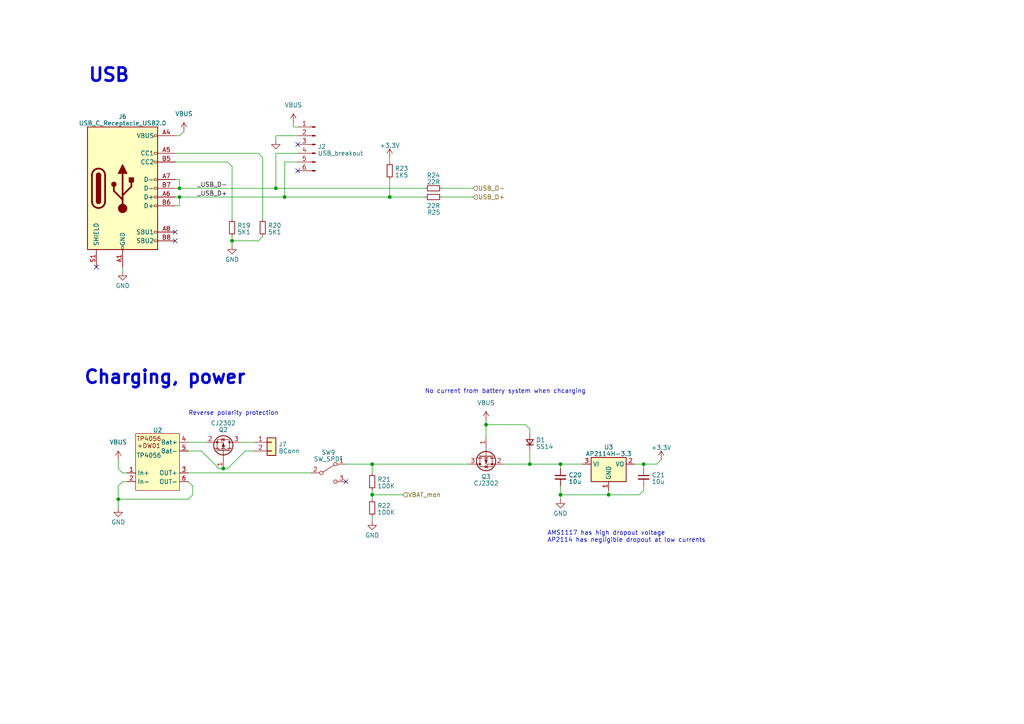
<source format=kicad_sch>
(kicad_sch (version 20230121) (generator eeschema)

  (uuid c32a5c36-e89e-4885-8cc3-79077bacdbb3)

  (paper "A4")

  (lib_symbols
    (symbol "Connector:Conn_01x06_Male" (pin_names (offset 1.016) hide) (in_bom yes) (on_board yes)
      (property "Reference" "J" (at 0 7.62 0)
        (effects (font (size 1.27 1.27)))
      )
      (property "Value" "Conn_01x06_Male" (at 0 -10.16 0)
        (effects (font (size 1.27 1.27)))
      )
      (property "Footprint" "" (at 0 0 0)
        (effects (font (size 1.27 1.27)) hide)
      )
      (property "Datasheet" "~" (at 0 0 0)
        (effects (font (size 1.27 1.27)) hide)
      )
      (property "ki_keywords" "connector" (at 0 0 0)
        (effects (font (size 1.27 1.27)) hide)
      )
      (property "ki_description" "Generic connector, single row, 01x06, script generated (kicad-library-utils/schlib/autogen/connector/)" (at 0 0 0)
        (effects (font (size 1.27 1.27)) hide)
      )
      (property "ki_fp_filters" "Connector*:*_1x??_*" (at 0 0 0)
        (effects (font (size 1.27 1.27)) hide)
      )
      (symbol "Conn_01x06_Male_1_1"
        (polyline
          (pts
            (xy 1.27 -7.62)
            (xy 0.8636 -7.62)
          )
          (stroke (width 0.1524) (type default))
          (fill (type none))
        )
        (polyline
          (pts
            (xy 1.27 -5.08)
            (xy 0.8636 -5.08)
          )
          (stroke (width 0.1524) (type default))
          (fill (type none))
        )
        (polyline
          (pts
            (xy 1.27 -2.54)
            (xy 0.8636 -2.54)
          )
          (stroke (width 0.1524) (type default))
          (fill (type none))
        )
        (polyline
          (pts
            (xy 1.27 0)
            (xy 0.8636 0)
          )
          (stroke (width 0.1524) (type default))
          (fill (type none))
        )
        (polyline
          (pts
            (xy 1.27 2.54)
            (xy 0.8636 2.54)
          )
          (stroke (width 0.1524) (type default))
          (fill (type none))
        )
        (polyline
          (pts
            (xy 1.27 5.08)
            (xy 0.8636 5.08)
          )
          (stroke (width 0.1524) (type default))
          (fill (type none))
        )
        (rectangle (start 0.8636 -7.493) (end 0 -7.747)
          (stroke (width 0.1524) (type default))
          (fill (type outline))
        )
        (rectangle (start 0.8636 -4.953) (end 0 -5.207)
          (stroke (width 0.1524) (type default))
          (fill (type outline))
        )
        (rectangle (start 0.8636 -2.413) (end 0 -2.667)
          (stroke (width 0.1524) (type default))
          (fill (type outline))
        )
        (rectangle (start 0.8636 0.127) (end 0 -0.127)
          (stroke (width 0.1524) (type default))
          (fill (type outline))
        )
        (rectangle (start 0.8636 2.667) (end 0 2.413)
          (stroke (width 0.1524) (type default))
          (fill (type outline))
        )
        (rectangle (start 0.8636 5.207) (end 0 4.953)
          (stroke (width 0.1524) (type default))
          (fill (type outline))
        )
        (pin passive line (at 5.08 5.08 180) (length 3.81)
          (name "Pin_1" (effects (font (size 1.27 1.27))))
          (number "1" (effects (font (size 1.27 1.27))))
        )
        (pin passive line (at 5.08 2.54 180) (length 3.81)
          (name "Pin_2" (effects (font (size 1.27 1.27))))
          (number "2" (effects (font (size 1.27 1.27))))
        )
        (pin passive line (at 5.08 0 180) (length 3.81)
          (name "Pin_3" (effects (font (size 1.27 1.27))))
          (number "3" (effects (font (size 1.27 1.27))))
        )
        (pin passive line (at 5.08 -2.54 180) (length 3.81)
          (name "Pin_4" (effects (font (size 1.27 1.27))))
          (number "4" (effects (font (size 1.27 1.27))))
        )
        (pin passive line (at 5.08 -5.08 180) (length 3.81)
          (name "Pin_5" (effects (font (size 1.27 1.27))))
          (number "5" (effects (font (size 1.27 1.27))))
        )
        (pin passive line (at 5.08 -7.62 180) (length 3.81)
          (name "Pin_6" (effects (font (size 1.27 1.27))))
          (number "6" (effects (font (size 1.27 1.27))))
        )
      )
    )
    (symbol "Connector:USB_C_Receptacle_USB2.0" (pin_names (offset 1.016)) (in_bom yes) (on_board yes)
      (property "Reference" "J" (at -10.16 19.05 0)
        (effects (font (size 1.27 1.27)) (justify left))
      )
      (property "Value" "USB_C_Receptacle_USB2.0" (at 19.05 19.05 0)
        (effects (font (size 1.27 1.27)) (justify right))
      )
      (property "Footprint" "" (at 3.81 0 0)
        (effects (font (size 1.27 1.27)) hide)
      )
      (property "Datasheet" "https://www.usb.org/sites/default/files/documents/usb_type-c.zip" (at 3.81 0 0)
        (effects (font (size 1.27 1.27)) hide)
      )
      (property "ki_keywords" "usb universal serial bus type-C USB2.0" (at 0 0 0)
        (effects (font (size 1.27 1.27)) hide)
      )
      (property "ki_description" "USB 2.0-only Type-C Receptacle connector" (at 0 0 0)
        (effects (font (size 1.27 1.27)) hide)
      )
      (property "ki_fp_filters" "USB*C*Receptacle*" (at 0 0 0)
        (effects (font (size 1.27 1.27)) hide)
      )
      (symbol "USB_C_Receptacle_USB2.0_0_0"
        (rectangle (start -0.254 -17.78) (end 0.254 -16.764)
          (stroke (width 0) (type default))
          (fill (type none))
        )
        (rectangle (start 10.16 -14.986) (end 9.144 -15.494)
          (stroke (width 0) (type default))
          (fill (type none))
        )
        (rectangle (start 10.16 -12.446) (end 9.144 -12.954)
          (stroke (width 0) (type default))
          (fill (type none))
        )
        (rectangle (start 10.16 -4.826) (end 9.144 -5.334)
          (stroke (width 0) (type default))
          (fill (type none))
        )
        (rectangle (start 10.16 -2.286) (end 9.144 -2.794)
          (stroke (width 0) (type default))
          (fill (type none))
        )
        (rectangle (start 10.16 0.254) (end 9.144 -0.254)
          (stroke (width 0) (type default))
          (fill (type none))
        )
        (rectangle (start 10.16 2.794) (end 9.144 2.286)
          (stroke (width 0) (type default))
          (fill (type none))
        )
        (rectangle (start 10.16 7.874) (end 9.144 7.366)
          (stroke (width 0) (type default))
          (fill (type none))
        )
        (rectangle (start 10.16 10.414) (end 9.144 9.906)
          (stroke (width 0) (type default))
          (fill (type none))
        )
        (rectangle (start 10.16 15.494) (end 9.144 14.986)
          (stroke (width 0) (type default))
          (fill (type none))
        )
      )
      (symbol "USB_C_Receptacle_USB2.0_0_1"
        (rectangle (start -10.16 17.78) (end 10.16 -17.78)
          (stroke (width 0.254) (type default))
          (fill (type background))
        )
        (arc (start -8.89 -3.81) (mid -6.985 -5.7067) (end -5.08 -3.81)
          (stroke (width 0.508) (type default))
          (fill (type none))
        )
        (arc (start -7.62 -3.81) (mid -6.985 -4.4423) (end -6.35 -3.81)
          (stroke (width 0.254) (type default))
          (fill (type none))
        )
        (arc (start -7.62 -3.81) (mid -6.985 -4.4423) (end -6.35 -3.81)
          (stroke (width 0.254) (type default))
          (fill (type outline))
        )
        (rectangle (start -7.62 -3.81) (end -6.35 3.81)
          (stroke (width 0.254) (type default))
          (fill (type outline))
        )
        (arc (start -6.35 3.81) (mid -6.985 4.4423) (end -7.62 3.81)
          (stroke (width 0.254) (type default))
          (fill (type none))
        )
        (arc (start -6.35 3.81) (mid -6.985 4.4423) (end -7.62 3.81)
          (stroke (width 0.254) (type default))
          (fill (type outline))
        )
        (arc (start -5.08 3.81) (mid -6.985 5.7067) (end -8.89 3.81)
          (stroke (width 0.508) (type default))
          (fill (type none))
        )
        (circle (center -2.54 1.143) (radius 0.635)
          (stroke (width 0.254) (type default))
          (fill (type outline))
        )
        (circle (center 0 -5.842) (radius 1.27)
          (stroke (width 0) (type default))
          (fill (type outline))
        )
        (polyline
          (pts
            (xy -8.89 -3.81)
            (xy -8.89 3.81)
          )
          (stroke (width 0.508) (type default))
          (fill (type none))
        )
        (polyline
          (pts
            (xy -5.08 3.81)
            (xy -5.08 -3.81)
          )
          (stroke (width 0.508) (type default))
          (fill (type none))
        )
        (polyline
          (pts
            (xy 0 -5.842)
            (xy 0 4.318)
          )
          (stroke (width 0.508) (type default))
          (fill (type none))
        )
        (polyline
          (pts
            (xy 0 -3.302)
            (xy -2.54 -0.762)
            (xy -2.54 0.508)
          )
          (stroke (width 0.508) (type default))
          (fill (type none))
        )
        (polyline
          (pts
            (xy 0 -2.032)
            (xy 2.54 0.508)
            (xy 2.54 1.778)
          )
          (stroke (width 0.508) (type default))
          (fill (type none))
        )
        (polyline
          (pts
            (xy -1.27 4.318)
            (xy 0 6.858)
            (xy 1.27 4.318)
            (xy -1.27 4.318)
          )
          (stroke (width 0.254) (type default))
          (fill (type outline))
        )
        (rectangle (start 1.905 1.778) (end 3.175 3.048)
          (stroke (width 0.254) (type default))
          (fill (type outline))
        )
      )
      (symbol "USB_C_Receptacle_USB2.0_1_1"
        (pin passive line (at 0 -22.86 90) (length 5.08)
          (name "GND" (effects (font (size 1.27 1.27))))
          (number "A1" (effects (font (size 1.27 1.27))))
        )
        (pin passive line (at 0 -22.86 90) (length 5.08) hide
          (name "GND" (effects (font (size 1.27 1.27))))
          (number "A12" (effects (font (size 1.27 1.27))))
        )
        (pin passive line (at 15.24 15.24 180) (length 5.08)
          (name "VBUS" (effects (font (size 1.27 1.27))))
          (number "A4" (effects (font (size 1.27 1.27))))
        )
        (pin bidirectional line (at 15.24 10.16 180) (length 5.08)
          (name "CC1" (effects (font (size 1.27 1.27))))
          (number "A5" (effects (font (size 1.27 1.27))))
        )
        (pin bidirectional line (at 15.24 -2.54 180) (length 5.08)
          (name "D+" (effects (font (size 1.27 1.27))))
          (number "A6" (effects (font (size 1.27 1.27))))
        )
        (pin bidirectional line (at 15.24 2.54 180) (length 5.08)
          (name "D-" (effects (font (size 1.27 1.27))))
          (number "A7" (effects (font (size 1.27 1.27))))
        )
        (pin bidirectional line (at 15.24 -12.7 180) (length 5.08)
          (name "SBU1" (effects (font (size 1.27 1.27))))
          (number "A8" (effects (font (size 1.27 1.27))))
        )
        (pin passive line (at 15.24 15.24 180) (length 5.08) hide
          (name "VBUS" (effects (font (size 1.27 1.27))))
          (number "A9" (effects (font (size 1.27 1.27))))
        )
        (pin passive line (at 0 -22.86 90) (length 5.08) hide
          (name "GND" (effects (font (size 1.27 1.27))))
          (number "B1" (effects (font (size 1.27 1.27))))
        )
        (pin passive line (at 0 -22.86 90) (length 5.08) hide
          (name "GND" (effects (font (size 1.27 1.27))))
          (number "B12" (effects (font (size 1.27 1.27))))
        )
        (pin passive line (at 15.24 15.24 180) (length 5.08) hide
          (name "VBUS" (effects (font (size 1.27 1.27))))
          (number "B4" (effects (font (size 1.27 1.27))))
        )
        (pin bidirectional line (at 15.24 7.62 180) (length 5.08)
          (name "CC2" (effects (font (size 1.27 1.27))))
          (number "B5" (effects (font (size 1.27 1.27))))
        )
        (pin bidirectional line (at 15.24 -5.08 180) (length 5.08)
          (name "D+" (effects (font (size 1.27 1.27))))
          (number "B6" (effects (font (size 1.27 1.27))))
        )
        (pin bidirectional line (at 15.24 0 180) (length 5.08)
          (name "D-" (effects (font (size 1.27 1.27))))
          (number "B7" (effects (font (size 1.27 1.27))))
        )
        (pin bidirectional line (at 15.24 -15.24 180) (length 5.08)
          (name "SBU2" (effects (font (size 1.27 1.27))))
          (number "B8" (effects (font (size 1.27 1.27))))
        )
        (pin passive line (at 15.24 15.24 180) (length 5.08) hide
          (name "VBUS" (effects (font (size 1.27 1.27))))
          (number "B9" (effects (font (size 1.27 1.27))))
        )
        (pin passive line (at -7.62 -22.86 90) (length 5.08)
          (name "SHIELD" (effects (font (size 1.27 1.27))))
          (number "S1" (effects (font (size 1.27 1.27))))
        )
      )
    )
    (symbol "Connector_Generic:Conn_01x02" (pin_names (offset 1.016) hide) (in_bom yes) (on_board yes)
      (property "Reference" "J" (at 0 2.54 0)
        (effects (font (size 1.27 1.27)))
      )
      (property "Value" "Conn_01x02" (at 0 -5.08 0)
        (effects (font (size 1.27 1.27)))
      )
      (property "Footprint" "" (at 0 0 0)
        (effects (font (size 1.27 1.27)) hide)
      )
      (property "Datasheet" "~" (at 0 0 0)
        (effects (font (size 1.27 1.27)) hide)
      )
      (property "ki_keywords" "connector" (at 0 0 0)
        (effects (font (size 1.27 1.27)) hide)
      )
      (property "ki_description" "Generic connector, single row, 01x02, script generated (kicad-library-utils/schlib/autogen/connector/)" (at 0 0 0)
        (effects (font (size 1.27 1.27)) hide)
      )
      (property "ki_fp_filters" "Connector*:*_1x??_*" (at 0 0 0)
        (effects (font (size 1.27 1.27)) hide)
      )
      (symbol "Conn_01x02_1_1"
        (rectangle (start -1.27 -2.413) (end 0 -2.667)
          (stroke (width 0.1524) (type default))
          (fill (type none))
        )
        (rectangle (start -1.27 0.127) (end 0 -0.127)
          (stroke (width 0.1524) (type default))
          (fill (type none))
        )
        (rectangle (start -1.27 1.27) (end 1.27 -3.81)
          (stroke (width 0.254) (type default))
          (fill (type background))
        )
        (pin passive line (at -5.08 0 0) (length 3.81)
          (name "Pin_1" (effects (font (size 1.27 1.27))))
          (number "1" (effects (font (size 1.27 1.27))))
        )
        (pin passive line (at -5.08 -2.54 0) (length 3.81)
          (name "Pin_2" (effects (font (size 1.27 1.27))))
          (number "2" (effects (font (size 1.27 1.27))))
        )
      )
    )
    (symbol "Device:C_Small" (pin_numbers hide) (pin_names (offset 0.254) hide) (in_bom yes) (on_board yes)
      (property "Reference" "C" (at 0.254 1.778 0)
        (effects (font (size 1.27 1.27)) (justify left))
      )
      (property "Value" "C_Small" (at 0.254 -2.032 0)
        (effects (font (size 1.27 1.27)) (justify left))
      )
      (property "Footprint" "" (at 0 0 0)
        (effects (font (size 1.27 1.27)) hide)
      )
      (property "Datasheet" "~" (at 0 0 0)
        (effects (font (size 1.27 1.27)) hide)
      )
      (property "ki_keywords" "capacitor cap" (at 0 0 0)
        (effects (font (size 1.27 1.27)) hide)
      )
      (property "ki_description" "Unpolarized capacitor, small symbol" (at 0 0 0)
        (effects (font (size 1.27 1.27)) hide)
      )
      (property "ki_fp_filters" "C_*" (at 0 0 0)
        (effects (font (size 1.27 1.27)) hide)
      )
      (symbol "C_Small_0_1"
        (polyline
          (pts
            (xy -1.524 -0.508)
            (xy 1.524 -0.508)
          )
          (stroke (width 0.3302) (type default))
          (fill (type none))
        )
        (polyline
          (pts
            (xy -1.524 0.508)
            (xy 1.524 0.508)
          )
          (stroke (width 0.3048) (type default))
          (fill (type none))
        )
      )
      (symbol "C_Small_1_1"
        (pin passive line (at 0 2.54 270) (length 2.032)
          (name "~" (effects (font (size 1.27 1.27))))
          (number "1" (effects (font (size 1.27 1.27))))
        )
        (pin passive line (at 0 -2.54 90) (length 2.032)
          (name "~" (effects (font (size 1.27 1.27))))
          (number "2" (effects (font (size 1.27 1.27))))
        )
      )
    )
    (symbol "Device:D_Small" (pin_numbers hide) (pin_names (offset 0.254) hide) (in_bom yes) (on_board yes)
      (property "Reference" "D" (at -1.27 2.032 0)
        (effects (font (size 1.27 1.27)) (justify left))
      )
      (property "Value" "D_Small" (at -3.81 -2.032 0)
        (effects (font (size 1.27 1.27)) (justify left))
      )
      (property "Footprint" "" (at 0 0 90)
        (effects (font (size 1.27 1.27)) hide)
      )
      (property "Datasheet" "~" (at 0 0 90)
        (effects (font (size 1.27 1.27)) hide)
      )
      (property "Sim.Device" "D" (at 0 0 0)
        (effects (font (size 1.27 1.27)) hide)
      )
      (property "Sim.Pins" "1=K 2=A" (at 0 0 0)
        (effects (font (size 1.27 1.27)) hide)
      )
      (property "ki_keywords" "diode" (at 0 0 0)
        (effects (font (size 1.27 1.27)) hide)
      )
      (property "ki_description" "Diode, small symbol" (at 0 0 0)
        (effects (font (size 1.27 1.27)) hide)
      )
      (property "ki_fp_filters" "TO-???* *_Diode_* *SingleDiode* D_*" (at 0 0 0)
        (effects (font (size 1.27 1.27)) hide)
      )
      (symbol "D_Small_0_1"
        (polyline
          (pts
            (xy -0.762 -1.016)
            (xy -0.762 1.016)
          )
          (stroke (width 0.254) (type default))
          (fill (type none))
        )
        (polyline
          (pts
            (xy -0.762 0)
            (xy 0.762 0)
          )
          (stroke (width 0) (type default))
          (fill (type none))
        )
        (polyline
          (pts
            (xy 0.762 -1.016)
            (xy -0.762 0)
            (xy 0.762 1.016)
            (xy 0.762 -1.016)
          )
          (stroke (width 0.254) (type default))
          (fill (type none))
        )
      )
      (symbol "D_Small_1_1"
        (pin passive line (at -2.54 0 0) (length 1.778)
          (name "K" (effects (font (size 1.27 1.27))))
          (number "1" (effects (font (size 1.27 1.27))))
        )
        (pin passive line (at 2.54 0 180) (length 1.778)
          (name "A" (effects (font (size 1.27 1.27))))
          (number "2" (effects (font (size 1.27 1.27))))
        )
      )
    )
    (symbol "Device:Q_PMOS_GSD" (pin_names (offset 0) hide) (in_bom yes) (on_board yes)
      (property "Reference" "Q" (at 5.08 1.27 0)
        (effects (font (size 1.27 1.27)) (justify left))
      )
      (property "Value" "Q_PMOS_GSD" (at 5.08 -1.27 0)
        (effects (font (size 1.27 1.27)) (justify left))
      )
      (property "Footprint" "" (at 5.08 2.54 0)
        (effects (font (size 1.27 1.27)) hide)
      )
      (property "Datasheet" "~" (at 0 0 0)
        (effects (font (size 1.27 1.27)) hide)
      )
      (property "ki_keywords" "transistor PMOS P-MOS P-MOSFET" (at 0 0 0)
        (effects (font (size 1.27 1.27)) hide)
      )
      (property "ki_description" "P-MOSFET transistor, gate/source/drain" (at 0 0 0)
        (effects (font (size 1.27 1.27)) hide)
      )
      (symbol "Q_PMOS_GSD_0_1"
        (polyline
          (pts
            (xy 0.254 0)
            (xy -2.54 0)
          )
          (stroke (width 0) (type default))
          (fill (type none))
        )
        (polyline
          (pts
            (xy 0.254 1.905)
            (xy 0.254 -1.905)
          )
          (stroke (width 0.254) (type default))
          (fill (type none))
        )
        (polyline
          (pts
            (xy 0.762 -1.27)
            (xy 0.762 -2.286)
          )
          (stroke (width 0.254) (type default))
          (fill (type none))
        )
        (polyline
          (pts
            (xy 0.762 0.508)
            (xy 0.762 -0.508)
          )
          (stroke (width 0.254) (type default))
          (fill (type none))
        )
        (polyline
          (pts
            (xy 0.762 2.286)
            (xy 0.762 1.27)
          )
          (stroke (width 0.254) (type default))
          (fill (type none))
        )
        (polyline
          (pts
            (xy 2.54 2.54)
            (xy 2.54 1.778)
          )
          (stroke (width 0) (type default))
          (fill (type none))
        )
        (polyline
          (pts
            (xy 2.54 -2.54)
            (xy 2.54 0)
            (xy 0.762 0)
          )
          (stroke (width 0) (type default))
          (fill (type none))
        )
        (polyline
          (pts
            (xy 0.762 1.778)
            (xy 3.302 1.778)
            (xy 3.302 -1.778)
            (xy 0.762 -1.778)
          )
          (stroke (width 0) (type default))
          (fill (type none))
        )
        (polyline
          (pts
            (xy 2.286 0)
            (xy 1.27 0.381)
            (xy 1.27 -0.381)
            (xy 2.286 0)
          )
          (stroke (width 0) (type default))
          (fill (type outline))
        )
        (polyline
          (pts
            (xy 2.794 -0.508)
            (xy 2.921 -0.381)
            (xy 3.683 -0.381)
            (xy 3.81 -0.254)
          )
          (stroke (width 0) (type default))
          (fill (type none))
        )
        (polyline
          (pts
            (xy 3.302 -0.381)
            (xy 2.921 0.254)
            (xy 3.683 0.254)
            (xy 3.302 -0.381)
          )
          (stroke (width 0) (type default))
          (fill (type none))
        )
        (circle (center 1.651 0) (radius 2.794)
          (stroke (width 0.254) (type default))
          (fill (type none))
        )
        (circle (center 2.54 -1.778) (radius 0.254)
          (stroke (width 0) (type default))
          (fill (type outline))
        )
        (circle (center 2.54 1.778) (radius 0.254)
          (stroke (width 0) (type default))
          (fill (type outline))
        )
      )
      (symbol "Q_PMOS_GSD_1_1"
        (pin input line (at -5.08 0 0) (length 2.54)
          (name "G" (effects (font (size 1.27 1.27))))
          (number "1" (effects (font (size 1.27 1.27))))
        )
        (pin passive line (at 2.54 -5.08 90) (length 2.54)
          (name "S" (effects (font (size 1.27 1.27))))
          (number "2" (effects (font (size 1.27 1.27))))
        )
        (pin passive line (at 2.54 5.08 270) (length 2.54)
          (name "D" (effects (font (size 1.27 1.27))))
          (number "3" (effects (font (size 1.27 1.27))))
        )
      )
    )
    (symbol "Device:R_Small" (pin_numbers hide) (pin_names (offset 0.254) hide) (in_bom yes) (on_board yes)
      (property "Reference" "R" (at 0.762 0.508 0)
        (effects (font (size 1.27 1.27)) (justify left))
      )
      (property "Value" "R_Small" (at 0.762 -1.016 0)
        (effects (font (size 1.27 1.27)) (justify left))
      )
      (property "Footprint" "" (at 0 0 0)
        (effects (font (size 1.27 1.27)) hide)
      )
      (property "Datasheet" "~" (at 0 0 0)
        (effects (font (size 1.27 1.27)) hide)
      )
      (property "ki_keywords" "R resistor" (at 0 0 0)
        (effects (font (size 1.27 1.27)) hide)
      )
      (property "ki_description" "Resistor, small symbol" (at 0 0 0)
        (effects (font (size 1.27 1.27)) hide)
      )
      (property "ki_fp_filters" "R_*" (at 0 0 0)
        (effects (font (size 1.27 1.27)) hide)
      )
      (symbol "R_Small_0_1"
        (rectangle (start -0.762 1.778) (end 0.762 -1.778)
          (stroke (width 0.2032) (type default))
          (fill (type none))
        )
      )
      (symbol "R_Small_1_1"
        (pin passive line (at 0 2.54 270) (length 0.762)
          (name "~" (effects (font (size 1.27 1.27))))
          (number "1" (effects (font (size 1.27 1.27))))
        )
        (pin passive line (at 0 -2.54 90) (length 0.762)
          (name "~" (effects (font (size 1.27 1.27))))
          (number "2" (effects (font (size 1.27 1.27))))
        )
      )
    )
    (symbol "Regulator_Linear:AMS1117-3.3" (in_bom yes) (on_board yes)
      (property "Reference" "U" (at -3.81 3.175 0)
        (effects (font (size 1.27 1.27)))
      )
      (property "Value" "AMS1117-3.3" (at 0 3.175 0)
        (effects (font (size 1.27 1.27)) (justify left))
      )
      (property "Footprint" "Package_TO_SOT_SMD:SOT-223-3_TabPin2" (at 0 5.08 0)
        (effects (font (size 1.27 1.27)) hide)
      )
      (property "Datasheet" "http://www.advanced-monolithic.com/pdf/ds1117.pdf" (at 2.54 -6.35 0)
        (effects (font (size 1.27 1.27)) hide)
      )
      (property "ki_keywords" "linear regulator ldo fixed positive" (at 0 0 0)
        (effects (font (size 1.27 1.27)) hide)
      )
      (property "ki_description" "1A Low Dropout regulator, positive, 3.3V fixed output, SOT-223" (at 0 0 0)
        (effects (font (size 1.27 1.27)) hide)
      )
      (property "ki_fp_filters" "SOT?223*TabPin2*" (at 0 0 0)
        (effects (font (size 1.27 1.27)) hide)
      )
      (symbol "AMS1117-3.3_0_1"
        (rectangle (start -5.08 -5.08) (end 5.08 1.905)
          (stroke (width 0.254) (type default))
          (fill (type background))
        )
      )
      (symbol "AMS1117-3.3_1_1"
        (pin power_in line (at 0 -7.62 90) (length 2.54)
          (name "GND" (effects (font (size 1.27 1.27))))
          (number "1" (effects (font (size 1.27 1.27))))
        )
        (pin power_out line (at 7.62 0 180) (length 2.54)
          (name "VO" (effects (font (size 1.27 1.27))))
          (number "2" (effects (font (size 1.27 1.27))))
        )
        (pin power_in line (at -7.62 0 0) (length 2.54)
          (name "VI" (effects (font (size 1.27 1.27))))
          (number "3" (effects (font (size 1.27 1.27))))
        )
      )
    )
    (symbol "Switch:SW_SPDT" (pin_names (offset 0) hide) (in_bom yes) (on_board yes)
      (property "Reference" "SW" (at 0 4.318 0)
        (effects (font (size 1.27 1.27)))
      )
      (property "Value" "SW_SPDT" (at 0 -5.08 0)
        (effects (font (size 1.27 1.27)))
      )
      (property "Footprint" "" (at 0 0 0)
        (effects (font (size 1.27 1.27)) hide)
      )
      (property "Datasheet" "~" (at 0 0 0)
        (effects (font (size 1.27 1.27)) hide)
      )
      (property "ki_keywords" "switch single-pole double-throw spdt ON-ON" (at 0 0 0)
        (effects (font (size 1.27 1.27)) hide)
      )
      (property "ki_description" "Switch, single pole double throw" (at 0 0 0)
        (effects (font (size 1.27 1.27)) hide)
      )
      (symbol "SW_SPDT_0_0"
        (circle (center -2.032 0) (radius 0.508)
          (stroke (width 0) (type default))
          (fill (type none))
        )
        (circle (center 2.032 -2.54) (radius 0.508)
          (stroke (width 0) (type default))
          (fill (type none))
        )
      )
      (symbol "SW_SPDT_0_1"
        (polyline
          (pts
            (xy -1.524 0.254)
            (xy 1.651 2.286)
          )
          (stroke (width 0) (type default))
          (fill (type none))
        )
        (circle (center 2.032 2.54) (radius 0.508)
          (stroke (width 0) (type default))
          (fill (type none))
        )
      )
      (symbol "SW_SPDT_1_1"
        (pin passive line (at 5.08 2.54 180) (length 2.54)
          (name "A" (effects (font (size 1.27 1.27))))
          (number "1" (effects (font (size 1.27 1.27))))
        )
        (pin passive line (at -5.08 0 0) (length 2.54)
          (name "B" (effects (font (size 1.27 1.27))))
          (number "2" (effects (font (size 1.27 1.27))))
        )
        (pin passive line (at 5.08 -2.54 180) (length 2.54)
          (name "C" (effects (font (size 1.27 1.27))))
          (number "3" (effects (font (size 1.27 1.27))))
        )
      )
    )
    (symbol "Talnet console:TP4056-board" (in_bom yes) (on_board yes)
      (property "Reference" "U" (at -1.27 8.89 0)
        (effects (font (size 1.27 1.27)))
      )
      (property "Value" "" (at -2.54 1.27 0)
        (effects (font (size 1.27 1.27)))
      )
      (property "Footprint" "" (at -2.54 1.27 0)
        (effects (font (size 1.27 1.27)) hide)
      )
      (property "Datasheet" "" (at -2.54 1.27 0)
        (effects (font (size 1.27 1.27)) hide)
      )
      (symbol "TP4056-board_0_1"
        (rectangle (start -6.35 7.62) (end 6.35 -8.89)
          (stroke (width 0) (type default))
          (fill (type background))
        )
        (text "TP4056\n+DW01" (at -2.54 5.08 0)
          (effects (font (size 1.27 1.27)))
        )
      )
      (symbol "TP4056-board_1_1"
        (pin input line (at -8.89 -3.81 0) (length 2.54)
          (name "In+" (effects (font (size 1.27 1.27))))
          (number "1" (effects (font (size 1.27 1.27))))
        )
        (pin input line (at -8.89 -6.35 0) (length 2.54)
          (name "In-" (effects (font (size 1.27 1.27))))
          (number "2" (effects (font (size 1.27 1.27))))
        )
        (pin input line (at 8.89 -3.81 180) (length 2.54)
          (name "OUT+" (effects (font (size 1.27 1.27))))
          (number "3" (effects (font (size 1.27 1.27))))
        )
        (pin input line (at 8.89 5.08 180) (length 2.54)
          (name "Bat+" (effects (font (size 1.27 1.27))))
          (number "4" (effects (font (size 1.27 1.27))))
        )
        (pin input line (at 8.89 2.54 180) (length 2.54)
          (name "Bat-" (effects (font (size 1.27 1.27))))
          (number "5" (effects (font (size 1.27 1.27))))
        )
        (pin input line (at 8.89 -6.35 180) (length 2.54)
          (name "OUT-" (effects (font (size 1.27 1.27))))
          (number "6" (effects (font (size 1.27 1.27))))
        )
      )
    )
    (symbol "power:+3.3V" (power) (pin_names (offset 0)) (in_bom yes) (on_board yes)
      (property "Reference" "#PWR" (at 0 -3.81 0)
        (effects (font (size 1.27 1.27)) hide)
      )
      (property "Value" "+3.3V" (at 0 3.556 0)
        (effects (font (size 1.27 1.27)))
      )
      (property "Footprint" "" (at 0 0 0)
        (effects (font (size 1.27 1.27)) hide)
      )
      (property "Datasheet" "" (at 0 0 0)
        (effects (font (size 1.27 1.27)) hide)
      )
      (property "ki_keywords" "global power" (at 0 0 0)
        (effects (font (size 1.27 1.27)) hide)
      )
      (property "ki_description" "Power symbol creates a global label with name \"+3.3V\"" (at 0 0 0)
        (effects (font (size 1.27 1.27)) hide)
      )
      (symbol "+3.3V_0_1"
        (polyline
          (pts
            (xy -0.762 1.27)
            (xy 0 2.54)
          )
          (stroke (width 0) (type default))
          (fill (type none))
        )
        (polyline
          (pts
            (xy 0 0)
            (xy 0 2.54)
          )
          (stroke (width 0) (type default))
          (fill (type none))
        )
        (polyline
          (pts
            (xy 0 2.54)
            (xy 0.762 1.27)
          )
          (stroke (width 0) (type default))
          (fill (type none))
        )
      )
      (symbol "+3.3V_1_1"
        (pin power_in line (at 0 0 90) (length 0) hide
          (name "+3.3V" (effects (font (size 1.27 1.27))))
          (number "1" (effects (font (size 1.27 1.27))))
        )
      )
    )
    (symbol "power:GND" (power) (pin_names (offset 0)) (in_bom yes) (on_board yes)
      (property "Reference" "#PWR" (at 0 -6.35 0)
        (effects (font (size 1.27 1.27)) hide)
      )
      (property "Value" "GND" (at 0 -3.81 0)
        (effects (font (size 1.27 1.27)))
      )
      (property "Footprint" "" (at 0 0 0)
        (effects (font (size 1.27 1.27)) hide)
      )
      (property "Datasheet" "" (at 0 0 0)
        (effects (font (size 1.27 1.27)) hide)
      )
      (property "ki_keywords" "global power" (at 0 0 0)
        (effects (font (size 1.27 1.27)) hide)
      )
      (property "ki_description" "Power symbol creates a global label with name \"GND\" , ground" (at 0 0 0)
        (effects (font (size 1.27 1.27)) hide)
      )
      (symbol "GND_0_1"
        (polyline
          (pts
            (xy 0 0)
            (xy 0 -1.27)
            (xy 1.27 -1.27)
            (xy 0 -2.54)
            (xy -1.27 -1.27)
            (xy 0 -1.27)
          )
          (stroke (width 0) (type default))
          (fill (type none))
        )
      )
      (symbol "GND_1_1"
        (pin power_in line (at 0 0 270) (length 0) hide
          (name "GND" (effects (font (size 1.27 1.27))))
          (number "1" (effects (font (size 1.27 1.27))))
        )
      )
    )
    (symbol "power:VBUS" (power) (pin_names (offset 0)) (in_bom yes) (on_board yes)
      (property "Reference" "#PWR" (at 0 -3.81 0)
        (effects (font (size 1.27 1.27)) hide)
      )
      (property "Value" "VBUS" (at 0 3.81 0)
        (effects (font (size 1.27 1.27)))
      )
      (property "Footprint" "" (at 0 0 0)
        (effects (font (size 1.27 1.27)) hide)
      )
      (property "Datasheet" "" (at 0 0 0)
        (effects (font (size 1.27 1.27)) hide)
      )
      (property "ki_keywords" "global power" (at 0 0 0)
        (effects (font (size 1.27 1.27)) hide)
      )
      (property "ki_description" "Power symbol creates a global label with name \"VBUS\"" (at 0 0 0)
        (effects (font (size 1.27 1.27)) hide)
      )
      (symbol "VBUS_0_1"
        (polyline
          (pts
            (xy -0.762 1.27)
            (xy 0 2.54)
          )
          (stroke (width 0) (type default))
          (fill (type none))
        )
        (polyline
          (pts
            (xy 0 0)
            (xy 0 2.54)
          )
          (stroke (width 0) (type default))
          (fill (type none))
        )
        (polyline
          (pts
            (xy 0 2.54)
            (xy 0.762 1.27)
          )
          (stroke (width 0) (type default))
          (fill (type none))
        )
      )
      (symbol "VBUS_1_1"
        (pin power_in line (at 0 0 90) (length 0) hide
          (name "VBUS" (effects (font (size 1.27 1.27))))
          (number "1" (effects (font (size 1.27 1.27))))
        )
      )
    )
  )

  (junction (at 176.53 143.51) (diameter 0) (color 0 0 0 0)
    (uuid 299d4b7a-3003-469a-a96f-da3676ecd307)
  )
  (junction (at 162.56 134.62) (diameter 0) (color 0 0 0 0)
    (uuid 439c68d5-35eb-425c-b970-ce3c0e97e2d8)
  )
  (junction (at 52.07 57.15) (diameter 0) (color 0 0 0 0)
    (uuid 471f2728-0a8b-4ac2-8866-5f9202fc2854)
  )
  (junction (at 52.07 54.61) (diameter 0) (color 0 0 0 0)
    (uuid 47920d1b-6854-4a80-987f-f98747b7c4eb)
  )
  (junction (at 186.69 134.62) (diameter 0) (color 0 0 0 0)
    (uuid 619a99aa-dd3b-4282-828c-a67285082d9d)
  )
  (junction (at 82.55 57.15) (diameter 0) (color 0 0 0 0)
    (uuid 61b2ca1d-ad72-442b-bbaf-6100bae389fc)
  )
  (junction (at 113.03 57.15) (diameter 0) (color 0 0 0 0)
    (uuid 7679145a-f717-4c86-96a6-228b059094fb)
  )
  (junction (at 64.77 135.89) (diameter 0) (color 0 0 0 0)
    (uuid 90c00691-8856-4530-ad03-0a46e36d453e)
  )
  (junction (at 67.31 69.85) (diameter 0) (color 0 0 0 0)
    (uuid b4680404-7d3f-498d-9e56-64acc74f0af8)
  )
  (junction (at 153.67 134.62) (diameter 0) (color 0 0 0 0)
    (uuid bfe4c1c7-5a18-4e19-9d12-5b7bd213a2c9)
  )
  (junction (at 107.95 143.51) (diameter 0) (color 0 0 0 0)
    (uuid cd1bce1a-8d3c-4980-a630-4cd7c5a79750)
  )
  (junction (at 140.97 123.19) (diameter 0) (color 0 0 0 0)
    (uuid cd7b5db7-7e35-44a0-b2df-bda86b4f5ac3)
  )
  (junction (at 162.56 143.51) (diameter 0) (color 0 0 0 0)
    (uuid d87a31e0-d2cd-4134-b753-78dc26a0a690)
  )
  (junction (at 34.29 144.78) (diameter 0) (color 0 0 0 0)
    (uuid f9bf93da-2462-420e-aa38-b6e82ebd82e0)
  )
  (junction (at 80.01 54.61) (diameter 0) (color 0 0 0 0)
    (uuid fea1408b-ad7d-4806-8b5a-b7da4a545717)
  )
  (junction (at 107.95 134.62) (diameter 0) (color 0 0 0 0)
    (uuid fff54b44-1cbe-45eb-8cd0-567118d7232d)
  )

  (no_connect (at 50.8 69.85) (uuid 0a9236a6-956b-486e-a845-ac39fca81a00))
  (no_connect (at 50.8 67.31) (uuid 6d4fbd6b-3f3a-4bf3-984f-193cad1dbf87))
  (no_connect (at 86.36 41.91) (uuid 92d16960-46ca-4013-a28b-2bd9b5d54b5e))
  (no_connect (at 86.36 49.53) (uuid cec4f4fb-fac5-4254-b31f-f3f68b00b25f))
  (no_connect (at 100.33 139.7) (uuid d67e2cfe-fafb-4057-88f2-5b8a6778a98f))
  (no_connect (at 27.94 77.47) (uuid ecceb479-864a-4427-ac3c-7aeda068676f))

  (wire (pts (xy 50.8 39.37) (xy 52.07 39.37))
    (stroke (width 0) (type default))
    (uuid 0025ad0b-d74a-45f3-9a78-934e9705c2bf)
  )
  (wire (pts (xy 35.56 77.47) (xy 35.56 78.74))
    (stroke (width 0) (type default))
    (uuid 007e43fd-1ce6-4af6-8e26-6e3f97c0743c)
  )
  (wire (pts (xy 35.56 137.16) (xy 34.29 135.89))
    (stroke (width 0) (type default))
    (uuid 04ca7f0a-528f-4379-ad30-4eaf61b850ed)
  )
  (wire (pts (xy 63.5 135.89) (xy 64.77 135.89))
    (stroke (width 0) (type default))
    (uuid 093f21bb-fcd5-4034-bf5f-166d877deb57)
  )
  (wire (pts (xy 54.61 130.81) (xy 58.42 130.81))
    (stroke (width 0) (type default))
    (uuid 0c318b9c-2778-4918-a94f-83fa0fa7b3fc)
  )
  (wire (pts (xy 107.95 149.86) (xy 107.95 151.13))
    (stroke (width 0) (type default))
    (uuid 1c5ac84a-377f-46a4-a5fe-e34930d84f39)
  )
  (wire (pts (xy 64.77 135.89) (xy 66.04 135.89))
    (stroke (width 0) (type default))
    (uuid 1c9a9680-26d6-4050-aeaa-b0c046c4b7e5)
  )
  (wire (pts (xy 85.09 36.83) (xy 86.36 36.83))
    (stroke (width 0) (type default))
    (uuid 1ceb9f9b-e20f-4ea7-9dd7-1167fa7d320f)
  )
  (wire (pts (xy 58.42 130.81) (xy 63.5 135.89))
    (stroke (width 0) (type default))
    (uuid 1d280b74-58cd-44e8-b2bd-5c8664b6d0dd)
  )
  (wire (pts (xy 80.01 40.64) (xy 80.01 39.37))
    (stroke (width 0) (type default))
    (uuid 26a8a784-8828-4231-9d5d-67be074e75fe)
  )
  (wire (pts (xy 50.8 52.07) (xy 52.07 52.07))
    (stroke (width 0) (type default))
    (uuid 26b41360-d994-4ace-b6ac-23f5bfe98c58)
  )
  (wire (pts (xy 140.97 123.19) (xy 152.4 123.19))
    (stroke (width 0) (type default))
    (uuid 283ee065-1854-49cf-babe-0aab079a2415)
  )
  (wire (pts (xy 146.05 134.62) (xy 153.67 134.62))
    (stroke (width 0) (type default))
    (uuid 2dba0c69-f27d-4db3-8b5e-22bea18fd143)
  )
  (wire (pts (xy 50.8 46.99) (xy 66.04 46.99))
    (stroke (width 0) (type default))
    (uuid 3099d740-15de-4be0-a25c-5e799e723ef1)
  )
  (wire (pts (xy 52.07 54.61) (xy 80.01 54.61))
    (stroke (width 0) (type default))
    (uuid 31b326c0-43a0-406f-a92e-93e8f6ab270b)
  )
  (wire (pts (xy 52.07 39.37) (xy 53.34 38.1))
    (stroke (width 0) (type default))
    (uuid 35bfa0e2-8d47-42c4-a93f-aac96513cf2b)
  )
  (wire (pts (xy 55.88 140.97) (xy 54.61 139.7))
    (stroke (width 0) (type default))
    (uuid 3733d481-ab52-471d-924a-1bc97f14bd70)
  )
  (wire (pts (xy 52.07 52.07) (xy 52.07 54.61))
    (stroke (width 0) (type default))
    (uuid 3989eb87-ae98-480f-b4b9-728290e375e5)
  )
  (wire (pts (xy 113.03 57.15) (xy 123.19 57.15))
    (stroke (width 0) (type default))
    (uuid 3a2f9d50-b547-4dcd-b922-ae38326f6a46)
  )
  (wire (pts (xy 153.67 130.81) (xy 153.67 134.62))
    (stroke (width 0) (type default))
    (uuid 3cc1dd64-b581-4f2c-9c44-282f6267a914)
  )
  (wire (pts (xy 67.31 48.26) (xy 66.04 46.99))
    (stroke (width 0) (type default))
    (uuid 3fa17184-ccea-48ee-aa76-b4e05da9eddf)
  )
  (wire (pts (xy 107.95 134.62) (xy 135.89 134.62))
    (stroke (width 0) (type default))
    (uuid 4143267d-2a17-401c-baf9-f4c7e7bdafdb)
  )
  (wire (pts (xy 186.69 134.62) (xy 190.5 134.62))
    (stroke (width 0) (type default))
    (uuid 4b4f3d19-8413-4f61-9d0c-83091f208a2b)
  )
  (wire (pts (xy 176.53 143.51) (xy 185.42 143.51))
    (stroke (width 0) (type default))
    (uuid 4d128611-3c0b-4863-9147-36a614c42ea2)
  )
  (wire (pts (xy 34.29 147.32) (xy 34.29 144.78))
    (stroke (width 0) (type default))
    (uuid 4df1762d-da32-4c75-acee-7afc3c7248ed)
  )
  (wire (pts (xy 34.29 133.35) (xy 34.29 135.89))
    (stroke (width 0) (type default))
    (uuid 4ed7f1be-d66d-4995-aa5f-b853cb619ad5)
  )
  (wire (pts (xy 162.56 140.97) (xy 162.56 143.51))
    (stroke (width 0) (type default))
    (uuid 4f0c2089-ec18-4b53-9d57-ce22dadb74ba)
  )
  (wire (pts (xy 107.95 134.62) (xy 107.95 137.16))
    (stroke (width 0) (type default))
    (uuid 5051c701-c692-4d05-bade-fefccf5af9e7)
  )
  (wire (pts (xy 54.61 144.78) (xy 55.88 143.51))
    (stroke (width 0) (type default))
    (uuid 52b86c47-098d-4f6c-b1de-2008d0b07dbd)
  )
  (wire (pts (xy 71.12 130.81) (xy 73.66 130.81))
    (stroke (width 0) (type default))
    (uuid 52dbc3d3-4a16-43a0-ac26-846c82958815)
  )
  (wire (pts (xy 80.01 39.37) (xy 86.36 39.37))
    (stroke (width 0) (type default))
    (uuid 540c810f-7560-42a5-96e0-140b1783c61b)
  )
  (wire (pts (xy 50.8 59.69) (xy 52.07 59.69))
    (stroke (width 0) (type default))
    (uuid 54e7bb9f-1641-4fa2-9504-9a5980e5f28b)
  )
  (wire (pts (xy 54.61 137.16) (xy 90.17 137.16))
    (stroke (width 0) (type default))
    (uuid 567d5bac-f0ba-456c-8bb1-3874d2afa99b)
  )
  (wire (pts (xy 85.09 35.56) (xy 85.09 36.83))
    (stroke (width 0) (type default))
    (uuid 5a69e6eb-4d70-4636-9d4d-af0be40837b0)
  )
  (wire (pts (xy 107.95 143.51) (xy 107.95 144.78))
    (stroke (width 0) (type default))
    (uuid 5d2bf2ea-52e0-41e8-8f79-f3f6c775c126)
  )
  (wire (pts (xy 162.56 134.62) (xy 162.56 135.89))
    (stroke (width 0) (type default))
    (uuid 5e1df8f3-af3d-47fd-b451-eaa99eb32421)
  )
  (wire (pts (xy 34.29 144.78) (xy 54.61 144.78))
    (stroke (width 0) (type default))
    (uuid 6538a107-e018-481b-b0d9-3e7284f91b94)
  )
  (wire (pts (xy 74.93 44.45) (xy 76.2 45.72))
    (stroke (width 0) (type default))
    (uuid 670f9da5-8d9e-4922-b5a3-a0ca14a8a759)
  )
  (wire (pts (xy 80.01 54.61) (xy 80.01 44.45))
    (stroke (width 0) (type default))
    (uuid 6838642f-95ef-43ac-91ec-afeeabc32754)
  )
  (wire (pts (xy 184.15 134.62) (xy 186.69 134.62))
    (stroke (width 0) (type default))
    (uuid 71f1eb05-e755-4711-904d-07e0c0eacb16)
  )
  (wire (pts (xy 50.8 54.61) (xy 52.07 54.61))
    (stroke (width 0) (type default))
    (uuid 731bed6e-197f-4882-bb6c-5153f7ab0247)
  )
  (wire (pts (xy 140.97 123.19) (xy 140.97 127))
    (stroke (width 0) (type default))
    (uuid 790438a6-37cb-4a8b-a711-1791c6d351b9)
  )
  (wire (pts (xy 153.67 124.46) (xy 153.67 125.73))
    (stroke (width 0) (type default))
    (uuid 7d1579ac-7e0f-4599-a988-c16e69d83421)
  )
  (wire (pts (xy 34.29 140.97) (xy 35.56 139.7))
    (stroke (width 0) (type default))
    (uuid 7d2bbbd2-e692-43f4-98a5-39b0a11f3a4d)
  )
  (wire (pts (xy 52.07 57.15) (xy 82.55 57.15))
    (stroke (width 0) (type default))
    (uuid 7fbc3362-4b92-4608-bc77-39e8e4e1c167)
  )
  (wire (pts (xy 128.27 54.61) (xy 137.16 54.61))
    (stroke (width 0) (type default))
    (uuid 7fcc9f11-a164-4d3f-b4d6-e901e84ac332)
  )
  (wire (pts (xy 76.2 45.72) (xy 76.2 63.5))
    (stroke (width 0) (type default))
    (uuid 85a72d1b-a488-4108-a1be-c4fa4511a8dd)
  )
  (wire (pts (xy 55.88 143.51) (xy 55.88 140.97))
    (stroke (width 0) (type default))
    (uuid 8a08dcb8-a92f-44d7-8847-0891af30e9e6)
  )
  (wire (pts (xy 186.69 134.62) (xy 186.69 135.89))
    (stroke (width 0) (type default))
    (uuid 8c94fbc8-447b-4006-8669-a25abd6b092a)
  )
  (wire (pts (xy 67.31 68.58) (xy 67.31 69.85))
    (stroke (width 0) (type default))
    (uuid 8ca98280-cfed-436c-912f-78fbb277c39c)
  )
  (wire (pts (xy 100.33 134.62) (xy 107.95 134.62))
    (stroke (width 0) (type default))
    (uuid 8d13df05-8b03-47df-9af0-ecc9db57921c)
  )
  (wire (pts (xy 152.4 123.19) (xy 153.67 124.46))
    (stroke (width 0) (type default))
    (uuid 8dccecc7-5c85-4507-b692-8bf4684b606f)
  )
  (wire (pts (xy 69.85 128.27) (xy 73.66 128.27))
    (stroke (width 0) (type default))
    (uuid 8ee97c2c-909f-44c7-951f-afc0dac71df7)
  )
  (wire (pts (xy 185.42 143.51) (xy 186.69 142.24))
    (stroke (width 0) (type default))
    (uuid 9014c423-afbd-44a1-9c2e-4001a1919eb3)
  )
  (wire (pts (xy 66.04 135.89) (xy 71.12 130.81))
    (stroke (width 0) (type default))
    (uuid 91817681-86ce-43f7-8f0c-6766f8ad24c1)
  )
  (wire (pts (xy 128.27 57.15) (xy 137.16 57.15))
    (stroke (width 0) (type default))
    (uuid 93c8cc61-2aed-402f-9d8a-64670b9cf819)
  )
  (wire (pts (xy 191.77 133.35) (xy 190.5 134.62))
    (stroke (width 0) (type default))
    (uuid 978e4ded-ce46-4b4f-af29-5cdd290690e3)
  )
  (wire (pts (xy 80.01 44.45) (xy 86.36 44.45))
    (stroke (width 0) (type default))
    (uuid 98bcbb22-fc0e-4ea6-8f9b-389b9d4cf2d7)
  )
  (wire (pts (xy 50.8 44.45) (xy 74.93 44.45))
    (stroke (width 0) (type default))
    (uuid 9ccc6fc8-0b95-4621-bb58-9f078b77e5dc)
  )
  (wire (pts (xy 107.95 143.51) (xy 116.84 143.51))
    (stroke (width 0) (type default))
    (uuid a05997f2-776c-41ac-b13d-b00360669c88)
  )
  (wire (pts (xy 67.31 69.85) (xy 67.31 71.12))
    (stroke (width 0) (type default))
    (uuid a139b8d7-db9b-443b-a7ac-bdc9f5d7eb96)
  )
  (wire (pts (xy 54.61 128.27) (xy 59.69 128.27))
    (stroke (width 0) (type default))
    (uuid a57e0b3c-1946-4308-b652-d89ddc665d76)
  )
  (wire (pts (xy 186.69 140.97) (xy 186.69 142.24))
    (stroke (width 0) (type default))
    (uuid aa6354af-8151-46d5-b6fe-1b941fc87de0)
  )
  (wire (pts (xy 82.55 57.15) (xy 113.03 57.15))
    (stroke (width 0) (type default))
    (uuid aca051d2-a1aa-41fc-8b10-90be055a57d6)
  )
  (wire (pts (xy 162.56 134.62) (xy 168.91 134.62))
    (stroke (width 0) (type default))
    (uuid b2b75353-fe0e-42c3-892a-1ab74f5a3856)
  )
  (wire (pts (xy 82.55 46.99) (xy 86.36 46.99))
    (stroke (width 0) (type default))
    (uuid bd90f5d6-d4d3-4eff-8b80-f476f58a1eed)
  )
  (wire (pts (xy 140.97 121.92) (xy 140.97 123.19))
    (stroke (width 0) (type default))
    (uuid c1911310-29ef-42e4-a2ad-666b6a4fea1d)
  )
  (wire (pts (xy 107.95 142.24) (xy 107.95 143.51))
    (stroke (width 0) (type default))
    (uuid cd5d5cb9-5c3f-4435-9b87-1917e65e5570)
  )
  (wire (pts (xy 36.83 137.16) (xy 35.56 137.16))
    (stroke (width 0) (type default))
    (uuid ceb39193-857f-4e07-afef-4994a32784e3)
  )
  (wire (pts (xy 52.07 57.15) (xy 52.07 59.69))
    (stroke (width 0) (type default))
    (uuid d06cd76f-2e0b-4076-958e-7eaa54ef754c)
  )
  (wire (pts (xy 176.53 142.24) (xy 176.53 143.51))
    (stroke (width 0) (type default))
    (uuid d1408e33-2a98-4f14-8d89-810d0009eddb)
  )
  (wire (pts (xy 113.03 45.72) (xy 113.03 46.99))
    (stroke (width 0) (type default))
    (uuid d664827d-fdd6-4d60-919d-0819f8de42ce)
  )
  (wire (pts (xy 162.56 144.78) (xy 162.56 143.51))
    (stroke (width 0) (type default))
    (uuid d7face0d-5e5f-48d4-a370-0b59d9fd19c3)
  )
  (wire (pts (xy 82.55 57.15) (xy 82.55 46.99))
    (stroke (width 0) (type default))
    (uuid e4c57b54-06de-4bb6-8e56-63259e8a69ad)
  )
  (wire (pts (xy 34.29 144.78) (xy 34.29 140.97))
    (stroke (width 0) (type default))
    (uuid e60feb67-7d54-4d8e-a1b2-e20b16f8b575)
  )
  (wire (pts (xy 162.56 143.51) (xy 176.53 143.51))
    (stroke (width 0) (type default))
    (uuid e6c39b23-5779-4a97-8c05-a42aebede681)
  )
  (wire (pts (xy 80.01 54.61) (xy 123.19 54.61))
    (stroke (width 0) (type default))
    (uuid ed4f94f8-2a45-460c-94e3-ac576ee5c6ad)
  )
  (wire (pts (xy 50.8 57.15) (xy 52.07 57.15))
    (stroke (width 0) (type default))
    (uuid ef8435f4-05d7-48ca-9965-2d48f388c8a1)
  )
  (wire (pts (xy 67.31 69.85) (xy 74.93 69.85))
    (stroke (width 0) (type default))
    (uuid f42bcfd9-af66-4e70-b65a-c3cc68ed4e3d)
  )
  (wire (pts (xy 74.93 69.85) (xy 76.2 68.58))
    (stroke (width 0) (type default))
    (uuid f5ce2e2d-32f5-4906-ae29-75845c187c72)
  )
  (wire (pts (xy 113.03 52.07) (xy 113.03 57.15))
    (stroke (width 0) (type default))
    (uuid f8a1c111-fb30-48bd-a115-2e10a11a108c)
  )
  (wire (pts (xy 67.31 63.5) (xy 67.31 48.26))
    (stroke (width 0) (type default))
    (uuid fd1bb62b-0097-41da-9d61-b9622c258c08)
  )
  (wire (pts (xy 35.56 139.7) (xy 36.83 139.7))
    (stroke (width 0) (type default))
    (uuid fd66899b-3356-4a93-a09d-d1bce8c3a532)
  )
  (wire (pts (xy 153.67 134.62) (xy 162.56 134.62))
    (stroke (width 0) (type default))
    (uuid ffc95cff-62eb-49ab-ba9f-0adeebde42e8)
  )

  (text "No current from battery system when chcarging" (at 123.19 114.3 0)
    (effects (font (size 1.27 1.27)) (justify left bottom))
    (uuid 02f6068f-d392-4ea3-880a-a6a59ba84b7b)
  )
  (text "USB" (at 25.4 24.13 0)
    (effects (font (size 3.81 3.81) (thickness 0.762) bold) (justify left bottom))
    (uuid 249d3dd9-a0ac-4145-a5a2-59405a9d60f8)
  )
  (text "AMS1117 has high dropout voltage\nAP2114 has negligible dropout at low currents"
    (at 158.75 157.48 0)
    (effects (font (size 1.27 1.27)) (justify left bottom))
    (uuid 263db526-3327-45e0-aba4-6551df070a2b)
  )
  (text "Charging, power" (at 24.13 111.76 0)
    (effects (font (size 3.81 3.81) (thickness 0.762) bold) (justify left bottom))
    (uuid 44274d52-4ee6-4b76-a3a4-d4d60d734ab3)
  )
  (text "Reverse polarity protection" (at 54.61 120.65 0)
    (effects (font (size 1.27 1.27)) (justify left bottom))
    (uuid 788a7292-5603-466c-b3b7-404fe94e0a4a)
  )

  (label "_USB_D+" (at 57.15 57.15 0) (fields_autoplaced)
    (effects (font (size 1.27 1.27)) (justify left bottom))
    (uuid 4bae7424-d60b-4605-94af-f38a2e3e8e3c)
  )
  (label "_USB_D-" (at 57.15 54.61 0) (fields_autoplaced)
    (effects (font (size 1.27 1.27)) (justify left bottom))
    (uuid ffe67848-2f3e-4634-8c5a-6a7ad50d8d07)
  )

  (hierarchical_label "USB_D+" (shape input) (at 137.16 57.15 0) (fields_autoplaced)
    (effects (font (size 1.27 1.27)) (justify left))
    (uuid 3ece8656-2dc0-4271-a8de-a168154e5c2f)
  )
  (hierarchical_label "USB_D-" (shape input) (at 137.16 54.61 0) (fields_autoplaced)
    (effects (font (size 1.27 1.27)) (justify left))
    (uuid 7401ece7-2215-4093-8c1b-c183fd24824b)
  )
  (hierarchical_label "VBAT_mon" (shape input) (at 116.84 143.51 0) (fields_autoplaced)
    (effects (font (size 1.27 1.27)) (justify left))
    (uuid e067faac-8804-449b-a62c-b519bf52c039)
  )

  (symbol (lib_id "power:GND") (at 80.01 40.64 0) (unit 1)
    (in_bom yes) (on_board yes) (dnp no) (fields_autoplaced)
    (uuid 06a9e87a-d5b1-4494-805e-79571360ff11)
    (property "Reference" "#PWR010" (at 80.01 46.99 0)
      (effects (font (size 1.27 1.27)) hide)
    )
    (property "Value" "GND" (at 80.01 45.72 0)
      (effects (font (size 1.27 1.27)) hide)
    )
    (property "Footprint" "" (at 80.01 40.64 0)
      (effects (font (size 1.27 1.27)) hide)
    )
    (property "Datasheet" "" (at 80.01 40.64 0)
      (effects (font (size 1.27 1.27)) hide)
    )
    (pin "1" (uuid 6013bddf-99f0-49f8-9d66-ed40914ac11d))
    (instances
      (project "STM32 Talnet console"
        (path "/9ebe471c-c3c5-4ed7-9df0-e7754bfdcb98"
          (reference "#PWR010") (unit 1)
        )
        (path "/9ebe471c-c3c5-4ed7-9df0-e7754bfdcb98/f40ffe98-c435-421f-b8ed-cf6b6f2a2a7d"
          (reference "#PWR055") (unit 1)
        )
      )
    )
  )

  (symbol (lib_id "power:VBUS") (at 34.29 133.35 0) (unit 1)
    (in_bom yes) (on_board yes) (dnp no) (fields_autoplaced)
    (uuid 298bbc9d-14fc-4964-9dc9-a9da473b61bc)
    (property "Reference" "#PWR011" (at 34.29 137.16 0)
      (effects (font (size 1.27 1.27)) hide)
    )
    (property "Value" "VBUS" (at 34.29 128.27 0)
      (effects (font (size 1.27 1.27)))
    )
    (property "Footprint" "" (at 34.29 133.35 0)
      (effects (font (size 1.27 1.27)) hide)
    )
    (property "Datasheet" "" (at 34.29 133.35 0)
      (effects (font (size 1.27 1.27)) hide)
    )
    (pin "1" (uuid 1ebd1b9f-24ef-46a9-80bb-958447b5aed6))
    (instances
      (project "STM32 Talnet console"
        (path "/9ebe471c-c3c5-4ed7-9df0-e7754bfdcb98"
          (reference "#PWR011") (unit 1)
        )
        (path "/9ebe471c-c3c5-4ed7-9df0-e7754bfdcb98/f40ffe98-c435-421f-b8ed-cf6b6f2a2a7d"
          (reference "#PWR051") (unit 1)
        )
      )
    )
  )

  (symbol (lib_id "Device:R_Small") (at 107.95 147.32 0) (unit 1)
    (in_bom yes) (on_board yes) (dnp no) (fields_autoplaced)
    (uuid 2bad6296-70c3-43f4-b6d6-7d7fbc5a086b)
    (property "Reference" "R22" (at 109.4486 146.6763 0)
      (effects (font (size 1.27 1.27)) (justify left))
    )
    (property "Value" "100K" (at 109.4486 148.5973 0)
      (effects (font (size 1.27 1.27)) (justify left))
    )
    (property "Footprint" "Resistor_SMD:R_0805_2012Metric_Pad1.20x1.40mm_HandSolder" (at 107.95 147.32 0)
      (effects (font (size 1.27 1.27)) hide)
    )
    (property "Datasheet" "~" (at 107.95 147.32 0)
      (effects (font (size 1.27 1.27)) hide)
    )
    (property "LCSC" "C2907293" (at 107.95 147.32 0)
      (effects (font (size 1.27 1.27)) hide)
    )
    (pin "1" (uuid dd9b63b8-832d-4e49-9765-faba54878df2))
    (pin "2" (uuid 9040850c-6374-40d2-bf81-ddc301d7cd28))
    (instances
      (project "STM32 Talnet console"
        (path "/9ebe471c-c3c5-4ed7-9df0-e7754bfdcb98/f40ffe98-c435-421f-b8ed-cf6b6f2a2a7d"
          (reference "R22") (unit 1)
        )
      )
    )
  )

  (symbol (lib_id "power:VBUS") (at 140.97 121.92 0) (unit 1)
    (in_bom yes) (on_board yes) (dnp no) (fields_autoplaced)
    (uuid 37c6cad6-cffa-4e27-8e96-0cd6e7b9cc20)
    (property "Reference" "#PWR011" (at 140.97 125.73 0)
      (effects (font (size 1.27 1.27)) hide)
    )
    (property "Value" "VBUS" (at 140.97 116.84 0)
      (effects (font (size 1.27 1.27)))
    )
    (property "Footprint" "" (at 140.97 121.92 0)
      (effects (font (size 1.27 1.27)) hide)
    )
    (property "Datasheet" "" (at 140.97 121.92 0)
      (effects (font (size 1.27 1.27)) hide)
    )
    (pin "1" (uuid e237518f-5691-46f5-93af-bc069fc56e95))
    (instances
      (project "STM32 Talnet console"
        (path "/9ebe471c-c3c5-4ed7-9df0-e7754bfdcb98"
          (reference "#PWR011") (unit 1)
        )
        (path "/9ebe471c-c3c5-4ed7-9df0-e7754bfdcb98/f40ffe98-c435-421f-b8ed-cf6b6f2a2a7d"
          (reference "#PWR059") (unit 1)
        )
      )
    )
  )

  (symbol (lib_id "Connector:USB_C_Receptacle_USB2.0") (at 35.56 54.61 0) (unit 1)
    (in_bom yes) (on_board yes) (dnp no) (fields_autoplaced)
    (uuid 410eecb0-bf52-4f2f-a25d-2afafb6b8fe1)
    (property "Reference" "J6" (at 35.56 33.8201 0)
      (effects (font (size 1.27 1.27)))
    )
    (property "Value" "USB_C_Receptacle_USB2.0" (at 35.56 35.7411 0)
      (effects (font (size 1.27 1.27)))
    )
    (property "Footprint" "Connector_USB:USB_C_Receptacle_G-Switch_GT-USB-7010ASV" (at 39.37 54.61 0)
      (effects (font (size 1.27 1.27)) hide)
    )
    (property "Datasheet" "https://www.usb.org/sites/default/files/documents/usb_type-c.zip" (at 39.37 54.61 0)
      (effects (font (size 1.27 1.27)) hide)
    )
    (property "LCSC" "C2988369" (at 35.56 54.61 0)
      (effects (font (size 1.27 1.27)) hide)
    )
    (pin "A1" (uuid db436716-e513-4ef4-934d-c2b7158bffe4))
    (pin "A12" (uuid 2c864a8b-a551-4cf2-9253-934fa32dd23d))
    (pin "A4" (uuid 3b1ced5c-fbf9-4fc6-9aac-9deb22dd570c))
    (pin "A5" (uuid 1689be4d-d502-45ea-9318-fa8f3aa8328e))
    (pin "A6" (uuid ecda8b92-2096-4a18-8476-6a2205b03cac))
    (pin "A7" (uuid f92d239e-ab00-459a-aac9-d853552eb283))
    (pin "A8" (uuid d267fb65-5683-4fe2-b0f4-dd676a31896e))
    (pin "A9" (uuid 299580b8-8a39-4d95-b1f7-57ac19de5f4c))
    (pin "B1" (uuid 3c01dc54-be10-4926-9f7a-b183b376c3d8))
    (pin "B12" (uuid 6037d73e-7363-4535-988e-cb36ad08c3c8))
    (pin "B4" (uuid 28f335da-9c11-4d00-87f1-6b917ceda8ff))
    (pin "B5" (uuid 2c5585a2-3940-4190-9263-3fc37ba332e4))
    (pin "B6" (uuid be21b145-051f-4852-a79b-5d64db56eb2f))
    (pin "B7" (uuid 8287f6af-f2c1-4260-b626-b5b9f36b8a2c))
    (pin "B8" (uuid c9aeadf3-1c8c-4703-852f-01b1ace5dd27))
    (pin "B9" (uuid 65377673-8b89-406b-a26c-6d45f61c1f03))
    (pin "S1" (uuid cc3a9e8a-249a-4364-ba6f-c8ea78e24fb8))
    (instances
      (project "STM32 Talnet console"
        (path "/9ebe471c-c3c5-4ed7-9df0-e7754bfdcb98/f40ffe98-c435-421f-b8ed-cf6b6f2a2a7d"
          (reference "J6") (unit 1)
        )
      )
    )
  )

  (symbol (lib_id "power:GND") (at 162.56 144.78 0) (unit 1)
    (in_bom yes) (on_board yes) (dnp no) (fields_autoplaced)
    (uuid 54453b7f-1776-4cd2-91ee-9ad07d577c2b)
    (property "Reference" "#PWR060" (at 162.56 151.13 0)
      (effects (font (size 1.27 1.27)) hide)
    )
    (property "Value" "GND" (at 162.56 148.9155 0)
      (effects (font (size 1.27 1.27)))
    )
    (property "Footprint" "" (at 162.56 144.78 0)
      (effects (font (size 1.27 1.27)) hide)
    )
    (property "Datasheet" "" (at 162.56 144.78 0)
      (effects (font (size 1.27 1.27)) hide)
    )
    (pin "1" (uuid 1e6327db-9fbd-4a35-8d95-3fd71da5cc74))
    (instances
      (project "STM32 Talnet console"
        (path "/9ebe471c-c3c5-4ed7-9df0-e7754bfdcb98/f40ffe98-c435-421f-b8ed-cf6b6f2a2a7d"
          (reference "#PWR060") (unit 1)
        )
      )
    )
  )

  (symbol (lib_id "Device:R_Small") (at 125.73 57.15 90) (unit 1)
    (in_bom yes) (on_board yes) (dnp no)
    (uuid 5bfa2dec-e5fd-49d0-aff2-3b56b09a750f)
    (property "Reference" "R25" (at 125.8017 61.5942 90)
      (effects (font (size 1.27 1.27)))
    )
    (property "Value" "22R" (at 125.73 59.69 90)
      (effects (font (size 1.27 1.27)))
    )
    (property "Footprint" "Resistor_SMD:R_0805_2012Metric_Pad1.20x1.40mm_HandSolder" (at 125.73 57.15 0)
      (effects (font (size 1.27 1.27)) hide)
    )
    (property "Datasheet" "~" (at 125.73 57.15 0)
      (effects (font (size 1.27 1.27)) hide)
    )
    (property "LCSC" "C2934153" (at 125.73 57.15 0)
      (effects (font (size 1.27 1.27)) hide)
    )
    (pin "1" (uuid 390d422c-514a-44df-83d0-a3c3d54d1f42))
    (pin "2" (uuid 92fc3f99-219e-485c-8638-120736056f74))
    (instances
      (project "STM32 Talnet console"
        (path "/9ebe471c-c3c5-4ed7-9df0-e7754bfdcb98/f40ffe98-c435-421f-b8ed-cf6b6f2a2a7d"
          (reference "R25") (unit 1)
        )
      )
    )
  )

  (symbol (lib_id "Device:Q_PMOS_GSD") (at 140.97 132.08 90) (mirror x) (unit 1)
    (in_bom yes) (on_board yes) (dnp no)
    (uuid 7914299a-4be9-4855-bd45-d38e0bf846e4)
    (property "Reference" "Q3" (at 140.97 138.2475 90)
      (effects (font (size 1.27 1.27)))
    )
    (property "Value" "CJ2302" (at 140.97 140.1685 90)
      (effects (font (size 1.27 1.27)))
    )
    (property "Footprint" "Package_TO_SOT_SMD:SOT-23W_Handsoldering" (at 138.43 137.16 0)
      (effects (font (size 1.27 1.27)) hide)
    )
    (property "Datasheet" "~" (at 140.97 132.08 0)
      (effects (font (size 1.27 1.27)) hide)
    )
    (property "LCSC" "C8547" (at 140.97 132.08 0)
      (effects (font (size 1.27 1.27)) hide)
    )
    (pin "1" (uuid 9b003e9e-8ae7-499c-8db8-ee5774fb6eaf))
    (pin "2" (uuid b28edeaa-b068-4914-9075-7db336c5cfcf))
    (pin "3" (uuid 1efe1b34-d97e-469a-a1bf-146ad35373aa))
    (instances
      (project "STM32 Talnet console"
        (path "/9ebe471c-c3c5-4ed7-9df0-e7754bfdcb98/f40ffe98-c435-421f-b8ed-cf6b6f2a2a7d"
          (reference "Q3") (unit 1)
        )
      )
    )
  )

  (symbol (lib_id "Device:R_Small") (at 113.03 49.53 0) (unit 1)
    (in_bom yes) (on_board yes) (dnp no) (fields_autoplaced)
    (uuid 84b02f9d-920b-49f3-ae75-6cb71ce32d6e)
    (property "Reference" "R23" (at 114.5286 48.8863 0)
      (effects (font (size 1.27 1.27)) (justify left))
    )
    (property "Value" "1K5" (at 114.5286 50.8073 0)
      (effects (font (size 1.27 1.27)) (justify left))
    )
    (property "Footprint" "Resistor_SMD:R_0805_2012Metric_Pad1.20x1.40mm_HandSolder" (at 113.03 49.53 0)
      (effects (font (size 1.27 1.27)) hide)
    )
    (property "Datasheet" "~" (at 113.03 49.53 0)
      (effects (font (size 1.27 1.27)) hide)
    )
    (property "LCSC" "C2907290" (at 113.03 49.53 0)
      (effects (font (size 1.27 1.27)) hide)
    )
    (pin "1" (uuid 0b85b5a7-a5c3-44ad-ad03-f1d14f87c805))
    (pin "2" (uuid 6e34bb75-39f9-43d1-aded-4186597daa21))
    (instances
      (project "STM32 Talnet console"
        (path "/9ebe471c-c3c5-4ed7-9df0-e7754bfdcb98/f40ffe98-c435-421f-b8ed-cf6b6f2a2a7d"
          (reference "R23") (unit 1)
        )
      )
    )
  )

  (symbol (lib_id "Talnet console:TP4056-board") (at 45.72 133.35 0) (unit 1)
    (in_bom yes) (on_board yes) (dnp no) (fields_autoplaced)
    (uuid 9c1fd637-4d37-4df0-a142-c0853f40442c)
    (property "Reference" "U2" (at 45.72 124.7681 0)
      (effects (font (size 1.27 1.27)))
    )
    (property "Value" "TP4056" (at 43.18 132.08 0)
      (effects (font (size 1.27 1.27)))
    )
    (property "Footprint" "Components libraries:TP4056+prot" (at 43.18 132.08 0)
      (effects (font (size 1.27 1.27)) hide)
    )
    (property "Datasheet" "" (at 43.18 132.08 0)
      (effects (font (size 1.27 1.27)) hide)
    )
    (property "LCSC" "Aliexpress" (at 45.72 133.35 0)
      (effects (font (size 1.27 1.27)) hide)
    )
    (pin "1" (uuid 11866c33-fdcb-40a9-a362-ad24f1f12bd3))
    (pin "2" (uuid 53870c99-797c-4e92-b954-b3818c3a600a))
    (pin "3" (uuid 8971091f-0baf-422c-9aaf-5f603483c7c5))
    (pin "4" (uuid bf3ff3af-152a-41d7-84b8-1242bfd3ab8c))
    (pin "5" (uuid 8f26da58-6eb6-458f-a815-673a1470cb9a))
    (pin "6" (uuid c3a2045a-9d16-452e-8587-f9d30d2bf651))
    (instances
      (project "STM32 Talnet console"
        (path "/9ebe471c-c3c5-4ed7-9df0-e7754bfdcb98/f40ffe98-c435-421f-b8ed-cf6b6f2a2a7d"
          (reference "U2") (unit 1)
        )
      )
    )
  )

  (symbol (lib_id "Device:C_Small") (at 162.56 138.43 0) (unit 1)
    (in_bom yes) (on_board yes) (dnp no) (fields_autoplaced)
    (uuid 9cd0d546-b663-442e-9878-2317e3b8af8e)
    (property "Reference" "C20" (at 164.8841 137.7926 0)
      (effects (font (size 1.27 1.27)) (justify left))
    )
    (property "Value" "10u" (at 164.8841 139.7136 0)
      (effects (font (size 1.27 1.27)) (justify left))
    )
    (property "Footprint" "Capacitor_SMD:C_0805_2012Metric_Pad1.18x1.45mm_HandSolder" (at 162.56 138.43 0)
      (effects (font (size 1.27 1.27)) hide)
    )
    (property "Datasheet" "~" (at 162.56 138.43 0)
      (effects (font (size 1.27 1.27)) hide)
    )
    (property "LCSC" "C17024" (at 162.56 138.43 0)
      (effects (font (size 1.27 1.27)) hide)
    )
    (pin "1" (uuid 0c3cbe5d-3bce-4564-8b31-41ddf27bc89c))
    (pin "2" (uuid 56802922-dcd6-48ac-a0d5-e48bdb929898))
    (instances
      (project "STM32 Talnet console"
        (path "/9ebe471c-c3c5-4ed7-9df0-e7754bfdcb98/f40ffe98-c435-421f-b8ed-cf6b6f2a2a7d"
          (reference "C20") (unit 1)
        )
      )
    )
  )

  (symbol (lib_id "Device:R_Small") (at 67.31 66.04 0) (unit 1)
    (in_bom yes) (on_board yes) (dnp no) (fields_autoplaced)
    (uuid a84f1860-55e7-4b42-ba72-0e117934aa46)
    (property "Reference" "R19" (at 68.8086 65.3963 0)
      (effects (font (size 1.27 1.27)) (justify left))
    )
    (property "Value" "5K1" (at 68.8086 67.3173 0)
      (effects (font (size 1.27 1.27)) (justify left))
    )
    (property "Footprint" "Resistor_SMD:R_0805_2012Metric_Pad1.20x1.40mm_HandSolder" (at 67.31 66.04 0)
      (effects (font (size 1.27 1.27)) hide)
    )
    (property "Datasheet" "~" (at 67.31 66.04 0)
      (effects (font (size 1.27 1.27)) hide)
    )
    (property "LCSC" "C2930296" (at 67.31 66.04 0)
      (effects (font (size 1.27 1.27)) hide)
    )
    (pin "1" (uuid 4ec7f459-d18f-45f2-909d-cb5403880ed0))
    (pin "2" (uuid 15455b9b-de80-4006-a7f1-15820c21410b))
    (instances
      (project "STM32 Talnet console"
        (path "/9ebe471c-c3c5-4ed7-9df0-e7754bfdcb98/f40ffe98-c435-421f-b8ed-cf6b6f2a2a7d"
          (reference "R19") (unit 1)
        )
      )
    )
  )

  (symbol (lib_id "Device:R_Small") (at 107.95 139.7 0) (unit 1)
    (in_bom yes) (on_board yes) (dnp no) (fields_autoplaced)
    (uuid b08dcfc6-906e-4903-9d39-0fa7e6ce003f)
    (property "Reference" "R21" (at 109.4486 139.0563 0)
      (effects (font (size 1.27 1.27)) (justify left))
    )
    (property "Value" "100K" (at 109.4486 140.9773 0)
      (effects (font (size 1.27 1.27)) (justify left))
    )
    (property "Footprint" "Resistor_SMD:R_0805_2012Metric_Pad1.20x1.40mm_HandSolder" (at 107.95 139.7 0)
      (effects (font (size 1.27 1.27)) hide)
    )
    (property "Datasheet" "~" (at 107.95 139.7 0)
      (effects (font (size 1.27 1.27)) hide)
    )
    (property "LCSC" "C2907293" (at 107.95 139.7 0)
      (effects (font (size 1.27 1.27)) hide)
    )
    (pin "1" (uuid f34db98f-5e98-4d68-8b3c-4ff7bc19902a))
    (pin "2" (uuid cf46c347-1648-4e4c-a41d-d207b64f8e4b))
    (instances
      (project "STM32 Talnet console"
        (path "/9ebe471c-c3c5-4ed7-9df0-e7754bfdcb98/f40ffe98-c435-421f-b8ed-cf6b6f2a2a7d"
          (reference "R21") (unit 1)
        )
      )
    )
  )

  (symbol (lib_id "power:VBUS") (at 85.09 35.56 0) (unit 1)
    (in_bom yes) (on_board yes) (dnp no) (fields_autoplaced)
    (uuid b1033330-c696-434f-832d-355111437272)
    (property "Reference" "#PWR011" (at 85.09 39.37 0)
      (effects (font (size 1.27 1.27)) hide)
    )
    (property "Value" "VBUS" (at 85.09 30.48 0)
      (effects (font (size 1.27 1.27)))
    )
    (property "Footprint" "" (at 85.09 35.56 0)
      (effects (font (size 1.27 1.27)) hide)
    )
    (property "Datasheet" "" (at 85.09 35.56 0)
      (effects (font (size 1.27 1.27)) hide)
    )
    (pin "1" (uuid e60bbab0-014f-4983-8318-a2745389beac))
    (instances
      (project "STM32 Talnet console"
        (path "/9ebe471c-c3c5-4ed7-9df0-e7754bfdcb98"
          (reference "#PWR011") (unit 1)
        )
        (path "/9ebe471c-c3c5-4ed7-9df0-e7754bfdcb98/f40ffe98-c435-421f-b8ed-cf6b6f2a2a7d"
          (reference "#PWR056") (unit 1)
        )
      )
    )
  )

  (symbol (lib_id "power:VBUS") (at 53.34 38.1 0) (unit 1)
    (in_bom yes) (on_board yes) (dnp no) (fields_autoplaced)
    (uuid b2c4b451-0a06-49aa-9ade-be486c425e6d)
    (property "Reference" "#PWR011" (at 53.34 41.91 0)
      (effects (font (size 1.27 1.27)) hide)
    )
    (property "Value" "VBUS" (at 53.34 33.02 0)
      (effects (font (size 1.27 1.27)))
    )
    (property "Footprint" "" (at 53.34 38.1 0)
      (effects (font (size 1.27 1.27)) hide)
    )
    (property "Datasheet" "" (at 53.34 38.1 0)
      (effects (font (size 1.27 1.27)) hide)
    )
    (pin "1" (uuid a182761f-7aaa-4037-b4b7-6b67b8b7cf54))
    (instances
      (project "STM32 Talnet console"
        (path "/9ebe471c-c3c5-4ed7-9df0-e7754bfdcb98"
          (reference "#PWR011") (unit 1)
        )
        (path "/9ebe471c-c3c5-4ed7-9df0-e7754bfdcb98/f40ffe98-c435-421f-b8ed-cf6b6f2a2a7d"
          (reference "#PWR053") (unit 1)
        )
      )
    )
  )

  (symbol (lib_id "power:GND") (at 107.95 151.13 0) (unit 1)
    (in_bom yes) (on_board yes) (dnp no) (fields_autoplaced)
    (uuid b88c3d1f-758f-4ccc-ad2c-2730ea201182)
    (property "Reference" "#PWR057" (at 107.95 157.48 0)
      (effects (font (size 1.27 1.27)) hide)
    )
    (property "Value" "GND" (at 107.95 155.2655 0)
      (effects (font (size 1.27 1.27)))
    )
    (property "Footprint" "" (at 107.95 151.13 0)
      (effects (font (size 1.27 1.27)) hide)
    )
    (property "Datasheet" "" (at 107.95 151.13 0)
      (effects (font (size 1.27 1.27)) hide)
    )
    (pin "1" (uuid 3ba6c0a1-8c99-4fb9-aca3-5c3e65662ead))
    (instances
      (project "STM32 Talnet console"
        (path "/9ebe471c-c3c5-4ed7-9df0-e7754bfdcb98/f40ffe98-c435-421f-b8ed-cf6b6f2a2a7d"
          (reference "#PWR057") (unit 1)
        )
      )
    )
  )

  (symbol (lib_id "Connector:Conn_01x06_Male") (at 91.44 41.91 0) (mirror y) (unit 1)
    (in_bom yes) (on_board yes) (dnp no) (fields_autoplaced)
    (uuid bdb72161-af13-4959-ae63-7193f3a1142e)
    (property "Reference" "J2" (at 92.1512 42.5363 0)
      (effects (font (size 1.27 1.27)) (justify right))
    )
    (property "Value" "USB_breakout" (at 92.1512 44.4573 0)
      (effects (font (size 1.27 1.27)) (justify right))
    )
    (property "Footprint" "Connector_PinHeader_2.54mm:PinHeader_1x06_P2.54mm_Vertical" (at 91.44 41.91 0)
      (effects (font (size 1.27 1.27)) hide)
    )
    (property "Datasheet" "~" (at 91.44 41.91 0)
      (effects (font (size 1.27 1.27)) hide)
    )
    (property "LCSC" "Aliexpress" (at 91.44 41.91 0)
      (effects (font (size 1.27 1.27)) hide)
    )
    (pin "1" (uuid 41a88cfc-fd5c-491e-8111-2129864846fa))
    (pin "2" (uuid ebb32a3c-3351-48d4-a9a8-d3c746184b1c))
    (pin "3" (uuid f7fe2a80-fd0a-4860-962a-237f1cabfa3b))
    (pin "4" (uuid db0b80b4-8f32-4c17-9f70-69e969719c97))
    (pin "5" (uuid ca5e7dd1-bd64-4bb7-acca-cb7097d49e61))
    (pin "6" (uuid 701d5258-1730-4f1e-87df-943c59487f47))
    (instances
      (project "STM32 Talnet console"
        (path "/9ebe471c-c3c5-4ed7-9df0-e7754bfdcb98"
          (reference "J2") (unit 1)
        )
        (path "/9ebe471c-c3c5-4ed7-9df0-e7754bfdcb98/f40ffe98-c435-421f-b8ed-cf6b6f2a2a7d"
          (reference "J8") (unit 1)
        )
      )
    )
  )

  (symbol (lib_id "power:GND") (at 67.31 71.12 0) (unit 1)
    (in_bom yes) (on_board yes) (dnp no) (fields_autoplaced)
    (uuid c868a379-6b53-46c9-ad3c-01f0e96e5d0b)
    (property "Reference" "#PWR054" (at 67.31 77.47 0)
      (effects (font (size 1.27 1.27)) hide)
    )
    (property "Value" "GND" (at 67.31 75.2555 0)
      (effects (font (size 1.27 1.27)))
    )
    (property "Footprint" "" (at 67.31 71.12 0)
      (effects (font (size 1.27 1.27)) hide)
    )
    (property "Datasheet" "" (at 67.31 71.12 0)
      (effects (font (size 1.27 1.27)) hide)
    )
    (pin "1" (uuid 02ff15fd-42fa-417b-909e-6d2f0fc63e00))
    (instances
      (project "STM32 Talnet console"
        (path "/9ebe471c-c3c5-4ed7-9df0-e7754bfdcb98/f40ffe98-c435-421f-b8ed-cf6b6f2a2a7d"
          (reference "#PWR054") (unit 1)
        )
      )
    )
  )

  (symbol (lib_id "Regulator_Linear:AMS1117-3.3") (at 176.53 134.62 0) (unit 1)
    (in_bom yes) (on_board yes) (dnp no) (fields_autoplaced)
    (uuid cfe9f932-e4e7-4725-8b34-ef84bf8dd441)
    (property "Reference" "U3" (at 176.53 129.7051 0)
      (effects (font (size 1.27 1.27)))
    )
    (property "Value" "AP2114H-3.3" (at 176.53 131.6261 0)
      (effects (font (size 1.27 1.27)))
    )
    (property "Footprint" "Package_TO_SOT_SMD:SOT-223-3_TabPin2" (at 176.53 129.54 0)
      (effects (font (size 1.27 1.27)) hide)
    )
    (property "Datasheet" "http://www.advanced-monolithic.com/pdf/ds1117.pdf" (at 179.07 140.97 0)
      (effects (font (size 1.27 1.27)) hide)
    )
    (property "LCSC" "C150716" (at 176.53 134.62 0)
      (effects (font (size 1.27 1.27)) hide)
    )
    (pin "1" (uuid 80f375d5-6ece-488a-9002-2d875a11da84))
    (pin "2" (uuid d7a16c00-5205-448b-94d5-4b79f0bef033))
    (pin "3" (uuid 85a4331c-c0d3-4dff-b32f-e093bcf4ccc1))
    (instances
      (project "STM32 Talnet console"
        (path "/9ebe471c-c3c5-4ed7-9df0-e7754bfdcb98/f40ffe98-c435-421f-b8ed-cf6b6f2a2a7d"
          (reference "U3") (unit 1)
        )
      )
    )
  )

  (symbol (lib_id "Connector_Generic:Conn_01x02") (at 78.74 128.27 0) (unit 1)
    (in_bom yes) (on_board yes) (dnp no) (fields_autoplaced)
    (uuid d1bd2f1a-4a47-4f51-bc64-3755c8aa5a7b)
    (property "Reference" "J7" (at 80.772 128.8963 0)
      (effects (font (size 1.27 1.27)) (justify left))
    )
    (property "Value" "BConn" (at 80.772 130.8173 0)
      (effects (font (size 1.27 1.27)) (justify left))
    )
    (property "Footprint" "Talnet console:18650 MYOUNG" (at 78.74 128.27 0)
      (effects (font (size 1.27 1.27)) hide)
    )
    (property "Datasheet" "~" (at 78.74 128.27 0)
      (effects (font (size 1.27 1.27)) hide)
    )
    (property "LCSC" "C5290175" (at 78.74 128.27 0)
      (effects (font (size 1.27 1.27)) hide)
    )
    (pin "1" (uuid d4c3a42c-615f-4113-ae4a-fbc9e1b526a1))
    (pin "2" (uuid e5448708-0360-4805-a53d-d822ad867db1))
    (instances
      (project "STM32 Talnet console"
        (path "/9ebe471c-c3c5-4ed7-9df0-e7754bfdcb98/f40ffe98-c435-421f-b8ed-cf6b6f2a2a7d"
          (reference "J7") (unit 1)
        )
      )
    )
  )

  (symbol (lib_id "Device:Q_PMOS_GSD") (at 64.77 130.81 270) (mirror x) (unit 1)
    (in_bom yes) (on_board yes) (dnp no)
    (uuid d75be3e5-ac67-4681-9736-c4cbeaa7aa9b)
    (property "Reference" "Q2" (at 64.77 124.6425 90)
      (effects (font (size 1.27 1.27)))
    )
    (property "Value" "CJ2302" (at 64.77 122.7215 90)
      (effects (font (size 1.27 1.27)))
    )
    (property "Footprint" "Package_TO_SOT_SMD:SOT-23W_Handsoldering" (at 67.31 125.73 0)
      (effects (font (size 1.27 1.27)) hide)
    )
    (property "Datasheet" "~" (at 64.77 130.81 0)
      (effects (font (size 1.27 1.27)) hide)
    )
    (property "LCSC" "C8547" (at 64.77 130.81 0)
      (effects (font (size 1.27 1.27)) hide)
    )
    (pin "1" (uuid 6df3bdbd-de36-40aa-8af8-86818fcb7b84))
    (pin "2" (uuid 42ea38fa-12ca-4697-9f95-7509d37cb330))
    (pin "3" (uuid efc821b7-ee91-46b3-b405-7b8fe371391b))
    (instances
      (project "STM32 Talnet console"
        (path "/9ebe471c-c3c5-4ed7-9df0-e7754bfdcb98/f40ffe98-c435-421f-b8ed-cf6b6f2a2a7d"
          (reference "Q2") (unit 1)
        )
      )
    )
  )

  (symbol (lib_id "power:GND") (at 35.56 78.74 0) (unit 1)
    (in_bom yes) (on_board yes) (dnp no) (fields_autoplaced)
    (uuid dc137929-fec5-4e0a-ab5b-90ec73e7b168)
    (property "Reference" "#PWR050" (at 35.56 85.09 0)
      (effects (font (size 1.27 1.27)) hide)
    )
    (property "Value" "GND" (at 35.56 82.8755 0)
      (effects (font (size 1.27 1.27)))
    )
    (property "Footprint" "" (at 35.56 78.74 0)
      (effects (font (size 1.27 1.27)) hide)
    )
    (property "Datasheet" "" (at 35.56 78.74 0)
      (effects (font (size 1.27 1.27)) hide)
    )
    (pin "1" (uuid 79adf591-e6e1-4655-b240-aefe9bfbdc6e))
    (instances
      (project "STM32 Talnet console"
        (path "/9ebe471c-c3c5-4ed7-9df0-e7754bfdcb98/f40ffe98-c435-421f-b8ed-cf6b6f2a2a7d"
          (reference "#PWR050") (unit 1)
        )
      )
    )
  )

  (symbol (lib_id "Device:C_Small") (at 186.69 138.43 0) (unit 1)
    (in_bom yes) (on_board yes) (dnp no) (fields_autoplaced)
    (uuid de9506b3-bef1-49ea-81e3-a2af34fff2db)
    (property "Reference" "C21" (at 189.0141 137.7926 0)
      (effects (font (size 1.27 1.27)) (justify left))
    )
    (property "Value" "10u" (at 189.0141 139.7136 0)
      (effects (font (size 1.27 1.27)) (justify left))
    )
    (property "Footprint" "Capacitor_SMD:C_0805_2012Metric_Pad1.18x1.45mm_HandSolder" (at 186.69 138.43 0)
      (effects (font (size 1.27 1.27)) hide)
    )
    (property "Datasheet" "~" (at 186.69 138.43 0)
      (effects (font (size 1.27 1.27)) hide)
    )
    (property "LCSC" "C17024" (at 186.69 138.43 0)
      (effects (font (size 1.27 1.27)) hide)
    )
    (pin "1" (uuid c4aa0ef2-f29d-485b-9d90-4c84df11c8a0))
    (pin "2" (uuid c0b790f1-eb2a-4c1c-85cd-a5fc55daef9e))
    (instances
      (project "STM32 Talnet console"
        (path "/9ebe471c-c3c5-4ed7-9df0-e7754bfdcb98/f40ffe98-c435-421f-b8ed-cf6b6f2a2a7d"
          (reference "C21") (unit 1)
        )
      )
    )
  )

  (symbol (lib_id "Switch:SW_SPDT") (at 95.25 137.16 0) (unit 1)
    (in_bom yes) (on_board yes) (dnp no) (fields_autoplaced)
    (uuid e123e5d6-9b19-4d5b-8f83-8847e8c0b635)
    (property "Reference" "SW9" (at 95.25 131.2291 0)
      (effects (font (size 1.27 1.27)))
    )
    (property "Value" "SW_SPDT" (at 95.25 133.1501 0)
      (effects (font (size 1.27 1.27)))
    )
    (property "Footprint" "Button_Switch_THT:SW_CuK_OS102011MA1QN1_SPDT_Angled" (at 95.25 137.16 0)
      (effects (font (size 1.27 1.27)) hide)
    )
    (property "Datasheet" "~" (at 95.25 137.16 0)
      (effects (font (size 1.27 1.27)) hide)
    )
    (property "LCSC" "C3020419" (at 95.25 137.16 0)
      (effects (font (size 1.27 1.27)) hide)
    )
    (pin "1" (uuid 98eca4ed-3a10-4903-9abf-7dd379370851))
    (pin "2" (uuid c4601bee-0d1d-4a11-a3a4-975052f25de3))
    (pin "3" (uuid 523317aa-5130-4ced-bb35-8f618a178306))
    (instances
      (project "STM32 Talnet console"
        (path "/9ebe471c-c3c5-4ed7-9df0-e7754bfdcb98/f40ffe98-c435-421f-b8ed-cf6b6f2a2a7d"
          (reference "SW9") (unit 1)
        )
      )
    )
  )

  (symbol (lib_id "power:GND") (at 34.29 147.32 0) (unit 1)
    (in_bom yes) (on_board yes) (dnp no) (fields_autoplaced)
    (uuid e64c4777-11c9-4b0f-b617-8f0a3f890d82)
    (property "Reference" "#PWR052" (at 34.29 153.67 0)
      (effects (font (size 1.27 1.27)) hide)
    )
    (property "Value" "GND" (at 34.29 151.4555 0)
      (effects (font (size 1.27 1.27)))
    )
    (property "Footprint" "" (at 34.29 147.32 0)
      (effects (font (size 1.27 1.27)) hide)
    )
    (property "Datasheet" "" (at 34.29 147.32 0)
      (effects (font (size 1.27 1.27)) hide)
    )
    (pin "1" (uuid 3b4578d2-4a3b-4374-84b8-a7a4460367f5))
    (instances
      (project "STM32 Talnet console"
        (path "/9ebe471c-c3c5-4ed7-9df0-e7754bfdcb98/f40ffe98-c435-421f-b8ed-cf6b6f2a2a7d"
          (reference "#PWR052") (unit 1)
        )
      )
    )
  )

  (symbol (lib_id "Device:R_Small") (at 125.73 54.61 270) (unit 1)
    (in_bom yes) (on_board yes) (dnp no) (fields_autoplaced)
    (uuid e8affa40-4a5b-4e28-9cca-724cda6f556e)
    (property "Reference" "R24" (at 125.73 50.8635 90)
      (effects (font (size 1.27 1.27)))
    )
    (property "Value" "22R" (at 125.73 52.7845 90)
      (effects (font (size 1.27 1.27)))
    )
    (property "Footprint" "Resistor_SMD:R_0805_2012Metric_Pad1.20x1.40mm_HandSolder" (at 125.73 54.61 0)
      (effects (font (size 1.27 1.27)) hide)
    )
    (property "Datasheet" "~" (at 125.73 54.61 0)
      (effects (font (size 1.27 1.27)) hide)
    )
    (property "LCSC" "C2934153" (at 125.73 54.61 0)
      (effects (font (size 1.27 1.27)) hide)
    )
    (pin "1" (uuid 9df8284b-42d4-4ee9-a985-0fbbae345380))
    (pin "2" (uuid a02a0334-b4d7-4515-a92a-ef011542af02))
    (instances
      (project "STM32 Talnet console"
        (path "/9ebe471c-c3c5-4ed7-9df0-e7754bfdcb98/f40ffe98-c435-421f-b8ed-cf6b6f2a2a7d"
          (reference "R24") (unit 1)
        )
      )
    )
  )

  (symbol (lib_id "power:+3.3V") (at 113.03 45.72 0) (unit 1)
    (in_bom yes) (on_board yes) (dnp no) (fields_autoplaced)
    (uuid efd70c75-6b60-4aa5-862b-1dac4e05cbc0)
    (property "Reference" "#PWR058" (at 113.03 49.53 0)
      (effects (font (size 1.27 1.27)) hide)
    )
    (property "Value" "+3.3V" (at 113.03 42.2181 0)
      (effects (font (size 1.27 1.27)))
    )
    (property "Footprint" "" (at 113.03 45.72 0)
      (effects (font (size 1.27 1.27)) hide)
    )
    (property "Datasheet" "" (at 113.03 45.72 0)
      (effects (font (size 1.27 1.27)) hide)
    )
    (pin "1" (uuid 3e0ca221-0e8c-4e97-bf8b-f6da6515176c))
    (instances
      (project "STM32 Talnet console"
        (path "/9ebe471c-c3c5-4ed7-9df0-e7754bfdcb98/f40ffe98-c435-421f-b8ed-cf6b6f2a2a7d"
          (reference "#PWR058") (unit 1)
        )
      )
    )
  )

  (symbol (lib_id "Device:D_Small") (at 153.67 128.27 90) (unit 1)
    (in_bom yes) (on_board yes) (dnp no) (fields_autoplaced)
    (uuid f31f481d-9fa6-43f6-8456-364d64d6734b)
    (property "Reference" "D1" (at 155.448 127.6263 90)
      (effects (font (size 1.27 1.27)) (justify right))
    )
    (property "Value" "SS14" (at 155.448 129.5473 90)
      (effects (font (size 1.27 1.27)) (justify right))
    )
    (property "Footprint" "Diode_SMD:D_SMA-SMB_Universal_Handsoldering" (at 153.67 128.27 90)
      (effects (font (size 1.27 1.27)) hide)
    )
    (property "Datasheet" "~" (at 153.67 128.27 90)
      (effects (font (size 1.27 1.27)) hide)
    )
    (property "Sim.Device" "D" (at 153.67 128.27 0)
      (effects (font (size 1.27 1.27)) hide)
    )
    (property "Sim.Pins" "1=K 2=A" (at 153.67 128.27 0)
      (effects (font (size 1.27 1.27)) hide)
    )
    (property "LCSC" "C444721" (at 153.67 128.27 0)
      (effects (font (size 1.27 1.27)) hide)
    )
    (pin "1" (uuid 61c134ae-65dd-492a-961a-c7ea720e5b0d))
    (pin "2" (uuid 86fe6e91-e769-4841-97fa-2f41f6296a8a))
    (instances
      (project "STM32 Talnet console"
        (path "/9ebe471c-c3c5-4ed7-9df0-e7754bfdcb98/f40ffe98-c435-421f-b8ed-cf6b6f2a2a7d"
          (reference "D1") (unit 1)
        )
      )
    )
  )

  (symbol (lib_id "power:+3.3V") (at 191.77 133.35 0) (unit 1)
    (in_bom yes) (on_board yes) (dnp no) (fields_autoplaced)
    (uuid f4c6fd2b-bbcd-4523-93ea-70619171e9b8)
    (property "Reference" "#PWR061" (at 191.77 137.16 0)
      (effects (font (size 1.27 1.27)) hide)
    )
    (property "Value" "+3.3V" (at 191.77 129.8481 0)
      (effects (font (size 1.27 1.27)))
    )
    (property "Footprint" "" (at 191.77 133.35 0)
      (effects (font (size 1.27 1.27)) hide)
    )
    (property "Datasheet" "" (at 191.77 133.35 0)
      (effects (font (size 1.27 1.27)) hide)
    )
    (pin "1" (uuid 90a6b933-0fe5-44ed-81a4-c8d9e489ab09))
    (instances
      (project "STM32 Talnet console"
        (path "/9ebe471c-c3c5-4ed7-9df0-e7754bfdcb98/f40ffe98-c435-421f-b8ed-cf6b6f2a2a7d"
          (reference "#PWR061") (unit 1)
        )
      )
    )
  )

  (symbol (lib_id "Device:R_Small") (at 76.2 66.04 0) (unit 1)
    (in_bom yes) (on_board yes) (dnp no) (fields_autoplaced)
    (uuid f8d603ba-bda1-4c33-8530-105735cca34f)
    (property "Reference" "R20" (at 77.6986 65.3963 0)
      (effects (font (size 1.27 1.27)) (justify left))
    )
    (property "Value" "5K1" (at 77.6986 67.3173 0)
      (effects (font (size 1.27 1.27)) (justify left))
    )
    (property "Footprint" "Resistor_SMD:R_0805_2012Metric_Pad1.20x1.40mm_HandSolder" (at 76.2 66.04 0)
      (effects (font (size 1.27 1.27)) hide)
    )
    (property "Datasheet" "~" (at 76.2 66.04 0)
      (effects (font (size 1.27 1.27)) hide)
    )
    (property "LCSC" "C2930296" (at 76.2 66.04 0)
      (effects (font (size 1.27 1.27)) hide)
    )
    (pin "1" (uuid b2b86c64-0b52-42f0-9687-f25592146945))
    (pin "2" (uuid 0d72e7c6-4483-45aa-9f72-6635f2677ad3))
    (instances
      (project "STM32 Talnet console"
        (path "/9ebe471c-c3c5-4ed7-9df0-e7754bfdcb98/f40ffe98-c435-421f-b8ed-cf6b6f2a2a7d"
          (reference "R20") (unit 1)
        )
      )
    )
  )
)

</source>
